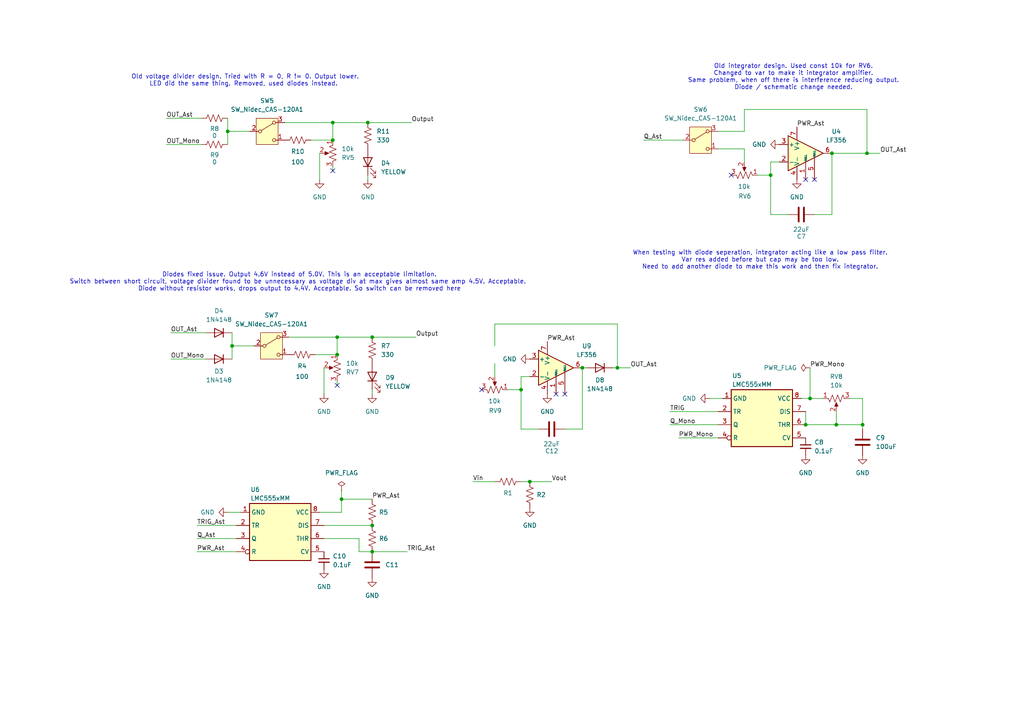
<source format=kicad_sch>
(kicad_sch
	(version 20250114)
	(generator "eeschema")
	(generator_version "9.0")
	(uuid "baae0036-5b1c-4ebb-a776-cc2d41596b9b")
	(paper "A4")
	(lib_symbols
		(symbol "Amplifier_Operational:LF356"
			(pin_names
				(offset 0.127)
			)
			(exclude_from_sim no)
			(in_bom yes)
			(on_board yes)
			(property "Reference" "U"
				(at 0 6.35 0)
				(effects
					(font
						(size 1.27 1.27)
					)
					(justify left)
				)
			)
			(property "Value" "LF356"
				(at 0 3.81 0)
				(effects
					(font
						(size 1.27 1.27)
					)
					(justify left)
				)
			)
			(property "Footprint" ""
				(at 1.27 1.27 0)
				(effects
					(font
						(size 1.27 1.27)
					)
					(hide yes)
				)
			)
			(property "Datasheet" "http://www.ti.com/lit/ds/symlink/lf357.pdf"
				(at 3.81 3.81 0)
				(effects
					(font
						(size 1.27 1.27)
					)
					(hide yes)
				)
			)
			(property "Description" "Single JFET Input Operational Amplifiers, DIP-8/SOIC-8"
				(at 0 0 0)
				(effects
					(font
						(size 1.27 1.27)
					)
					(hide yes)
				)
			)
			(property "ki_keywords" "single jfet opamp"
				(at 0 0 0)
				(effects
					(font
						(size 1.27 1.27)
					)
					(hide yes)
				)
			)
			(property "ki_fp_filters" "SOIC*3.9x4.9mm*P1.27mm* DIP*W7.62mm* TSSOP*3x3mm*P0.65mm*"
				(at 0 0 0)
				(effects
					(font
						(size 1.27 1.27)
					)
					(hide yes)
				)
			)
			(symbol "LF356_0_1"
				(polyline
					(pts
						(xy -5.08 5.08) (xy 5.08 0) (xy -5.08 -5.08) (xy -5.08 5.08)
					)
					(stroke
						(width 0.254)
						(type default)
					)
					(fill
						(type background)
					)
				)
			)
			(symbol "LF356_1_1"
				(pin input line
					(at -7.62 2.54 0)
					(length 2.54)
					(name "+"
						(effects
							(font
								(size 1.27 1.27)
							)
						)
					)
					(number "3"
						(effects
							(font
								(size 1.27 1.27)
							)
						)
					)
				)
				(pin input line
					(at -7.62 -2.54 0)
					(length 2.54)
					(name "-"
						(effects
							(font
								(size 1.27 1.27)
							)
						)
					)
					(number "2"
						(effects
							(font
								(size 1.27 1.27)
							)
						)
					)
				)
				(pin power_in line
					(at -2.54 7.62 270)
					(length 3.81)
					(name "V+"
						(effects
							(font
								(size 1.27 1.27)
							)
						)
					)
					(number "7"
						(effects
							(font
								(size 1.27 1.27)
							)
						)
					)
				)
				(pin power_in line
					(at -2.54 -7.62 90)
					(length 3.81)
					(name "V-"
						(effects
							(font
								(size 1.27 1.27)
							)
						)
					)
					(number "4"
						(effects
							(font
								(size 1.27 1.27)
							)
						)
					)
				)
				(pin no_connect line
					(at 0 2.54 270)
					(length 2.54)
					(hide yes)
					(name "NC"
						(effects
							(font
								(size 1.27 1.27)
							)
						)
					)
					(number "8"
						(effects
							(font
								(size 1.27 1.27)
							)
						)
					)
				)
				(pin input line
					(at 0 -7.62 90)
					(length 5.08)
					(name "NULL"
						(effects
							(font
								(size 0.508 0.508)
							)
						)
					)
					(number "1"
						(effects
							(font
								(size 1.27 1.27)
							)
						)
					)
				)
				(pin input line
					(at 2.54 -7.62 90)
					(length 6.35)
					(name "NULL"
						(effects
							(font
								(size 0.508 0.508)
							)
						)
					)
					(number "5"
						(effects
							(font
								(size 1.27 1.27)
							)
						)
					)
				)
				(pin output line
					(at 7.62 0 180)
					(length 2.54)
					(name "~"
						(effects
							(font
								(size 1.27 1.27)
							)
						)
					)
					(number "6"
						(effects
							(font
								(size 1.27 1.27)
							)
						)
					)
				)
			)
			(embedded_fonts no)
		)
		(symbol "Device:C"
			(pin_numbers
				(hide yes)
			)
			(pin_names
				(offset 0.254)
			)
			(exclude_from_sim no)
			(in_bom yes)
			(on_board yes)
			(property "Reference" "C"
				(at 0.635 2.54 0)
				(effects
					(font
						(size 1.27 1.27)
					)
					(justify left)
				)
			)
			(property "Value" "C"
				(at 0.635 -2.54 0)
				(effects
					(font
						(size 1.27 1.27)
					)
					(justify left)
				)
			)
			(property "Footprint" ""
				(at 0.9652 -3.81 0)
				(effects
					(font
						(size 1.27 1.27)
					)
					(hide yes)
				)
			)
			(property "Datasheet" "~"
				(at 0 0 0)
				(effects
					(font
						(size 1.27 1.27)
					)
					(hide yes)
				)
			)
			(property "Description" "Unpolarized capacitor"
				(at 0 0 0)
				(effects
					(font
						(size 1.27 1.27)
					)
					(hide yes)
				)
			)
			(property "ki_keywords" "cap capacitor"
				(at 0 0 0)
				(effects
					(font
						(size 1.27 1.27)
					)
					(hide yes)
				)
			)
			(property "ki_fp_filters" "C_*"
				(at 0 0 0)
				(effects
					(font
						(size 1.27 1.27)
					)
					(hide yes)
				)
			)
			(symbol "C_0_1"
				(polyline
					(pts
						(xy -2.032 0.762) (xy 2.032 0.762)
					)
					(stroke
						(width 0.508)
						(type default)
					)
					(fill
						(type none)
					)
				)
				(polyline
					(pts
						(xy -2.032 -0.762) (xy 2.032 -0.762)
					)
					(stroke
						(width 0.508)
						(type default)
					)
					(fill
						(type none)
					)
				)
			)
			(symbol "C_1_1"
				(pin passive line
					(at 0 3.81 270)
					(length 2.794)
					(name "~"
						(effects
							(font
								(size 1.27 1.27)
							)
						)
					)
					(number "1"
						(effects
							(font
								(size 1.27 1.27)
							)
						)
					)
				)
				(pin passive line
					(at 0 -3.81 90)
					(length 2.794)
					(name "~"
						(effects
							(font
								(size 1.27 1.27)
							)
						)
					)
					(number "2"
						(effects
							(font
								(size 1.27 1.27)
							)
						)
					)
				)
			)
			(embedded_fonts no)
		)
		(symbol "Device:C_Small"
			(pin_numbers
				(hide yes)
			)
			(pin_names
				(offset 0.254)
				(hide yes)
			)
			(exclude_from_sim no)
			(in_bom yes)
			(on_board yes)
			(property "Reference" "C"
				(at 0.254 1.778 0)
				(effects
					(font
						(size 1.27 1.27)
					)
					(justify left)
				)
			)
			(property "Value" "C_Small"
				(at 0.254 -2.032 0)
				(effects
					(font
						(size 1.27 1.27)
					)
					(justify left)
				)
			)
			(property "Footprint" ""
				(at 0 0 0)
				(effects
					(font
						(size 1.27 1.27)
					)
					(hide yes)
				)
			)
			(property "Datasheet" "~"
				(at 0 0 0)
				(effects
					(font
						(size 1.27 1.27)
					)
					(hide yes)
				)
			)
			(property "Description" "Unpolarized capacitor, small symbol"
				(at 0 0 0)
				(effects
					(font
						(size 1.27 1.27)
					)
					(hide yes)
				)
			)
			(property "ki_keywords" "capacitor cap"
				(at 0 0 0)
				(effects
					(font
						(size 1.27 1.27)
					)
					(hide yes)
				)
			)
			(property "ki_fp_filters" "C_*"
				(at 0 0 0)
				(effects
					(font
						(size 1.27 1.27)
					)
					(hide yes)
				)
			)
			(symbol "C_Small_0_1"
				(polyline
					(pts
						(xy -1.524 0.508) (xy 1.524 0.508)
					)
					(stroke
						(width 0.3048)
						(type default)
					)
					(fill
						(type none)
					)
				)
				(polyline
					(pts
						(xy -1.524 -0.508) (xy 1.524 -0.508)
					)
					(stroke
						(width 0.3302)
						(type default)
					)
					(fill
						(type none)
					)
				)
			)
			(symbol "C_Small_1_1"
				(pin passive line
					(at 0 2.54 270)
					(length 2.032)
					(name "~"
						(effects
							(font
								(size 1.27 1.27)
							)
						)
					)
					(number "1"
						(effects
							(font
								(size 1.27 1.27)
							)
						)
					)
				)
				(pin passive line
					(at 0 -2.54 90)
					(length 2.032)
					(name "~"
						(effects
							(font
								(size 1.27 1.27)
							)
						)
					)
					(number "2"
						(effects
							(font
								(size 1.27 1.27)
							)
						)
					)
				)
			)
			(embedded_fonts no)
		)
		(symbol "Device:LED"
			(pin_numbers
				(hide yes)
			)
			(pin_names
				(offset 1.016)
				(hide yes)
			)
			(exclude_from_sim no)
			(in_bom yes)
			(on_board yes)
			(property "Reference" "D"
				(at 0 2.54 0)
				(effects
					(font
						(size 1.27 1.27)
					)
				)
			)
			(property "Value" "LED"
				(at 0 -2.54 0)
				(effects
					(font
						(size 1.27 1.27)
					)
				)
			)
			(property "Footprint" ""
				(at 0 0 0)
				(effects
					(font
						(size 1.27 1.27)
					)
					(hide yes)
				)
			)
			(property "Datasheet" "~"
				(at 0 0 0)
				(effects
					(font
						(size 1.27 1.27)
					)
					(hide yes)
				)
			)
			(property "Description" "Light emitting diode"
				(at 0 0 0)
				(effects
					(font
						(size 1.27 1.27)
					)
					(hide yes)
				)
			)
			(property "ki_keywords" "LED diode"
				(at 0 0 0)
				(effects
					(font
						(size 1.27 1.27)
					)
					(hide yes)
				)
			)
			(property "ki_fp_filters" "LED* LED_SMD:* LED_THT:*"
				(at 0 0 0)
				(effects
					(font
						(size 1.27 1.27)
					)
					(hide yes)
				)
			)
			(symbol "LED_0_1"
				(polyline
					(pts
						(xy -3.048 -0.762) (xy -4.572 -2.286) (xy -3.81 -2.286) (xy -4.572 -2.286) (xy -4.572 -1.524)
					)
					(stroke
						(width 0)
						(type default)
					)
					(fill
						(type none)
					)
				)
				(polyline
					(pts
						(xy -1.778 -0.762) (xy -3.302 -2.286) (xy -2.54 -2.286) (xy -3.302 -2.286) (xy -3.302 -1.524)
					)
					(stroke
						(width 0)
						(type default)
					)
					(fill
						(type none)
					)
				)
				(polyline
					(pts
						(xy -1.27 0) (xy 1.27 0)
					)
					(stroke
						(width 0)
						(type default)
					)
					(fill
						(type none)
					)
				)
				(polyline
					(pts
						(xy -1.27 -1.27) (xy -1.27 1.27)
					)
					(stroke
						(width 0.254)
						(type default)
					)
					(fill
						(type none)
					)
				)
				(polyline
					(pts
						(xy 1.27 -1.27) (xy 1.27 1.27) (xy -1.27 0) (xy 1.27 -1.27)
					)
					(stroke
						(width 0.254)
						(type default)
					)
					(fill
						(type none)
					)
				)
			)
			(symbol "LED_1_1"
				(pin passive line
					(at -3.81 0 0)
					(length 2.54)
					(name "K"
						(effects
							(font
								(size 1.27 1.27)
							)
						)
					)
					(number "1"
						(effects
							(font
								(size 1.27 1.27)
							)
						)
					)
				)
				(pin passive line
					(at 3.81 0 180)
					(length 2.54)
					(name "A"
						(effects
							(font
								(size 1.27 1.27)
							)
						)
					)
					(number "2"
						(effects
							(font
								(size 1.27 1.27)
							)
						)
					)
				)
			)
			(embedded_fonts no)
		)
		(symbol "Device:R_Potentiometer_US"
			(pin_names
				(offset 1.016)
				(hide yes)
			)
			(exclude_from_sim no)
			(in_bom yes)
			(on_board yes)
			(property "Reference" "RV"
				(at -4.445 0 90)
				(effects
					(font
						(size 1.27 1.27)
					)
				)
			)
			(property "Value" "R_Potentiometer_US"
				(at -2.54 0 90)
				(effects
					(font
						(size 1.27 1.27)
					)
				)
			)
			(property "Footprint" ""
				(at 0 0 0)
				(effects
					(font
						(size 1.27 1.27)
					)
					(hide yes)
				)
			)
			(property "Datasheet" "~"
				(at 0 0 0)
				(effects
					(font
						(size 1.27 1.27)
					)
					(hide yes)
				)
			)
			(property "Description" "Potentiometer, US symbol"
				(at 0 0 0)
				(effects
					(font
						(size 1.27 1.27)
					)
					(hide yes)
				)
			)
			(property "ki_keywords" "resistor variable"
				(at 0 0 0)
				(effects
					(font
						(size 1.27 1.27)
					)
					(hide yes)
				)
			)
			(property "ki_fp_filters" "Potentiometer*"
				(at 0 0 0)
				(effects
					(font
						(size 1.27 1.27)
					)
					(hide yes)
				)
			)
			(symbol "R_Potentiometer_US_0_1"
				(polyline
					(pts
						(xy 0 2.54) (xy 0 2.286)
					)
					(stroke
						(width 0)
						(type default)
					)
					(fill
						(type none)
					)
				)
				(polyline
					(pts
						(xy 0 2.286) (xy 1.016 1.905) (xy 0 1.524) (xy -1.016 1.143) (xy 0 0.762)
					)
					(stroke
						(width 0)
						(type default)
					)
					(fill
						(type none)
					)
				)
				(polyline
					(pts
						(xy 0 0.762) (xy 1.016 0.381) (xy 0 0) (xy -1.016 -0.381) (xy 0 -0.762)
					)
					(stroke
						(width 0)
						(type default)
					)
					(fill
						(type none)
					)
				)
				(polyline
					(pts
						(xy 0 -0.762) (xy 1.016 -1.143) (xy 0 -1.524) (xy -1.016 -1.905) (xy 0 -2.286)
					)
					(stroke
						(width 0)
						(type default)
					)
					(fill
						(type none)
					)
				)
				(polyline
					(pts
						(xy 0 -2.286) (xy 0 -2.54)
					)
					(stroke
						(width 0)
						(type default)
					)
					(fill
						(type none)
					)
				)
				(polyline
					(pts
						(xy 1.143 0) (xy 2.286 0.508) (xy 2.286 -0.508) (xy 1.143 0)
					)
					(stroke
						(width 0)
						(type default)
					)
					(fill
						(type outline)
					)
				)
				(polyline
					(pts
						(xy 2.54 0) (xy 1.524 0)
					)
					(stroke
						(width 0)
						(type default)
					)
					(fill
						(type none)
					)
				)
			)
			(symbol "R_Potentiometer_US_1_1"
				(pin passive line
					(at 0 3.81 270)
					(length 1.27)
					(name "1"
						(effects
							(font
								(size 1.27 1.27)
							)
						)
					)
					(number "1"
						(effects
							(font
								(size 1.27 1.27)
							)
						)
					)
				)
				(pin passive line
					(at 0 -3.81 90)
					(length 1.27)
					(name "3"
						(effects
							(font
								(size 1.27 1.27)
							)
						)
					)
					(number "3"
						(effects
							(font
								(size 1.27 1.27)
							)
						)
					)
				)
				(pin passive line
					(at 3.81 0 180)
					(length 1.27)
					(name "2"
						(effects
							(font
								(size 1.27 1.27)
							)
						)
					)
					(number "2"
						(effects
							(font
								(size 1.27 1.27)
							)
						)
					)
				)
			)
			(embedded_fonts no)
		)
		(symbol "Device:R_US"
			(pin_numbers
				(hide yes)
			)
			(pin_names
				(offset 0)
			)
			(exclude_from_sim no)
			(in_bom yes)
			(on_board yes)
			(property "Reference" "R"
				(at 2.54 0 90)
				(effects
					(font
						(size 1.27 1.27)
					)
				)
			)
			(property "Value" "R_US"
				(at -2.54 0 90)
				(effects
					(font
						(size 1.27 1.27)
					)
				)
			)
			(property "Footprint" ""
				(at 1.016 -0.254 90)
				(effects
					(font
						(size 1.27 1.27)
					)
					(hide yes)
				)
			)
			(property "Datasheet" "~"
				(at 0 0 0)
				(effects
					(font
						(size 1.27 1.27)
					)
					(hide yes)
				)
			)
			(property "Description" "Resistor, US symbol"
				(at 0 0 0)
				(effects
					(font
						(size 1.27 1.27)
					)
					(hide yes)
				)
			)
			(property "ki_keywords" "R res resistor"
				(at 0 0 0)
				(effects
					(font
						(size 1.27 1.27)
					)
					(hide yes)
				)
			)
			(property "ki_fp_filters" "R_*"
				(at 0 0 0)
				(effects
					(font
						(size 1.27 1.27)
					)
					(hide yes)
				)
			)
			(symbol "R_US_0_1"
				(polyline
					(pts
						(xy 0 2.286) (xy 0 2.54)
					)
					(stroke
						(width 0)
						(type default)
					)
					(fill
						(type none)
					)
				)
				(polyline
					(pts
						(xy 0 2.286) (xy 1.016 1.905) (xy 0 1.524) (xy -1.016 1.143) (xy 0 0.762)
					)
					(stroke
						(width 0)
						(type default)
					)
					(fill
						(type none)
					)
				)
				(polyline
					(pts
						(xy 0 0.762) (xy 1.016 0.381) (xy 0 0) (xy -1.016 -0.381) (xy 0 -0.762)
					)
					(stroke
						(width 0)
						(type default)
					)
					(fill
						(type none)
					)
				)
				(polyline
					(pts
						(xy 0 -0.762) (xy 1.016 -1.143) (xy 0 -1.524) (xy -1.016 -1.905) (xy 0 -2.286)
					)
					(stroke
						(width 0)
						(type default)
					)
					(fill
						(type none)
					)
				)
				(polyline
					(pts
						(xy 0 -2.286) (xy 0 -2.54)
					)
					(stroke
						(width 0)
						(type default)
					)
					(fill
						(type none)
					)
				)
			)
			(symbol "R_US_1_1"
				(pin passive line
					(at 0 3.81 270)
					(length 1.27)
					(name "~"
						(effects
							(font
								(size 1.27 1.27)
							)
						)
					)
					(number "1"
						(effects
							(font
								(size 1.27 1.27)
							)
						)
					)
				)
				(pin passive line
					(at 0 -3.81 90)
					(length 1.27)
					(name "~"
						(effects
							(font
								(size 1.27 1.27)
							)
						)
					)
					(number "2"
						(effects
							(font
								(size 1.27 1.27)
							)
						)
					)
				)
			)
			(embedded_fonts no)
		)
		(symbol "Diode:1N4148"
			(pin_numbers
				(hide yes)
			)
			(pin_names
				(hide yes)
			)
			(exclude_from_sim no)
			(in_bom yes)
			(on_board yes)
			(property "Reference" "D"
				(at 0 2.54 0)
				(effects
					(font
						(size 1.27 1.27)
					)
				)
			)
			(property "Value" "1N4148"
				(at 0 -2.54 0)
				(effects
					(font
						(size 1.27 1.27)
					)
				)
			)
			(property "Footprint" "Diode_THT:D_DO-35_SOD27_P7.62mm_Horizontal"
				(at 0 0 0)
				(effects
					(font
						(size 1.27 1.27)
					)
					(hide yes)
				)
			)
			(property "Datasheet" "https://assets.nexperia.com/documents/data-sheet/1N4148_1N4448.pdf"
				(at 0 0 0)
				(effects
					(font
						(size 1.27 1.27)
					)
					(hide yes)
				)
			)
			(property "Description" "100V 0.15A standard switching diode, DO-35"
				(at 0 0 0)
				(effects
					(font
						(size 1.27 1.27)
					)
					(hide yes)
				)
			)
			(property "Sim.Device" "D"
				(at 0 0 0)
				(effects
					(font
						(size 1.27 1.27)
					)
					(hide yes)
				)
			)
			(property "Sim.Pins" "1=K 2=A"
				(at 0 0 0)
				(effects
					(font
						(size 1.27 1.27)
					)
					(hide yes)
				)
			)
			(property "ki_keywords" "diode"
				(at 0 0 0)
				(effects
					(font
						(size 1.27 1.27)
					)
					(hide yes)
				)
			)
			(property "ki_fp_filters" "D*DO?35*"
				(at 0 0 0)
				(effects
					(font
						(size 1.27 1.27)
					)
					(hide yes)
				)
			)
			(symbol "1N4148_0_1"
				(polyline
					(pts
						(xy -1.27 1.27) (xy -1.27 -1.27)
					)
					(stroke
						(width 0.254)
						(type default)
					)
					(fill
						(type none)
					)
				)
				(polyline
					(pts
						(xy 1.27 1.27) (xy 1.27 -1.27) (xy -1.27 0) (xy 1.27 1.27)
					)
					(stroke
						(width 0.254)
						(type default)
					)
					(fill
						(type none)
					)
				)
				(polyline
					(pts
						(xy 1.27 0) (xy -1.27 0)
					)
					(stroke
						(width 0)
						(type default)
					)
					(fill
						(type none)
					)
				)
			)
			(symbol "1N4148_1_1"
				(pin passive line
					(at -3.81 0 0)
					(length 2.54)
					(name "K"
						(effects
							(font
								(size 1.27 1.27)
							)
						)
					)
					(number "1"
						(effects
							(font
								(size 1.27 1.27)
							)
						)
					)
				)
				(pin passive line
					(at 3.81 0 180)
					(length 2.54)
					(name "A"
						(effects
							(font
								(size 1.27 1.27)
							)
						)
					)
					(number "2"
						(effects
							(font
								(size 1.27 1.27)
							)
						)
					)
				)
			)
			(embedded_fonts no)
		)
		(symbol "LMC555xMM_1"
			(exclude_from_sim no)
			(in_bom yes)
			(on_board yes)
			(property "Reference" "U1"
				(at -8.636 12.954 0)
				(effects
					(font
						(size 1.27 1.27)
					)
					(justify left)
				)
			)
			(property "Value" "LMC555xMM"
				(at -8.636 10.414 0)
				(effects
					(font
						(size 1.27 1.27)
					)
					(justify left)
				)
			)
			(property "Footprint" "Package_SO:VSSOP-8_3x3mm_P0.65mm"
				(at 16.51 -10.16 0)
				(effects
					(font
						(size 1.27 1.27)
					)
					(hide yes)
				)
			)
			(property "Datasheet" "http://www.ti.com/lit/ds/symlink/lmc555.pdf"
				(at 21.59 -10.16 0)
				(effects
					(font
						(size 1.27 1.27)
					)
					(hide yes)
				)
			)
			(property "Description" "CMOS Timer, 555 compatible, VSSOP-8"
				(at 0 -0.254 0)
				(effects
					(font
						(size 1.27 1.27)
					)
					(hide yes)
				)
			)
			(property "ki_keywords" "single timer 555"
				(at 0 0 0)
				(effects
					(font
						(size 1.27 1.27)
					)
					(hide yes)
				)
			)
			(property "ki_fp_filters" "*VSSOP*3x3mm*P0.65mm*"
				(at 0 0 0)
				(effects
					(font
						(size 1.27 1.27)
					)
					(hide yes)
				)
			)
			(symbol "LMC555xMM_1_0_1"
				(rectangle
					(start -8.89 8.89)
					(end 8.89 -7.62)
					(stroke
						(width 0.254)
						(type default)
					)
					(fill
						(type background)
					)
				)
				(rectangle
					(start -8.89 8.89)
					(end 8.89 -7.62)
					(stroke
						(width 0.254)
						(type default)
					)
					(fill
						(type background)
					)
				)
			)
			(symbol "LMC555xMM_1_1_0"
				(pin power_in line
					(at -11.43 6.35 0)
					(length 2.54)
					(name "GND"
						(effects
							(font
								(size 1.27 1.27)
							)
						)
					)
					(number "1"
						(effects
							(font
								(size 1.27 1.27)
							)
						)
					)
				)
				(pin power_in line
					(at 11.43 6.35 180)
					(length 2.54)
					(name "VCC"
						(effects
							(font
								(size 1.27 1.27)
							)
						)
					)
					(number "8"
						(effects
							(font
								(size 1.27 1.27)
							)
						)
					)
				)
			)
			(symbol "LMC555xMM_1_1_1"
				(pin input line
					(at -12.7 2.54 0)
					(length 3.81)
					(name "TR"
						(effects
							(font
								(size 1.27 1.27)
							)
						)
					)
					(number "2"
						(effects
							(font
								(size 1.27 1.27)
							)
						)
					)
				)
				(pin output line
					(at -12.7 -1.27 0)
					(length 3.81)
					(name "Q"
						(effects
							(font
								(size 1.27 1.27)
							)
						)
					)
					(number "3"
						(effects
							(font
								(size 1.27 1.27)
							)
						)
					)
				)
				(pin input inverted
					(at -12.7 -5.08 0)
					(length 3.81)
					(name "R"
						(effects
							(font
								(size 1.27 1.27)
							)
						)
					)
					(number "4"
						(effects
							(font
								(size 1.27 1.27)
							)
						)
					)
				)
				(pin input line
					(at 12.7 2.54 180)
					(length 3.81)
					(name "DIS"
						(effects
							(font
								(size 1.27 1.27)
							)
						)
					)
					(number "7"
						(effects
							(font
								(size 1.27 1.27)
							)
						)
					)
				)
				(pin input line
					(at 12.7 -1.27 180)
					(length 3.81)
					(name "THR"
						(effects
							(font
								(size 1.27 1.27)
							)
						)
					)
					(number "6"
						(effects
							(font
								(size 1.27 1.27)
							)
						)
					)
				)
				(pin input line
					(at 12.7 -5.08 180)
					(length 3.81)
					(name "CV"
						(effects
							(font
								(size 1.27 1.27)
							)
						)
					)
					(number "5"
						(effects
							(font
								(size 1.27 1.27)
							)
						)
					)
				)
			)
			(embedded_fonts no)
		)
		(symbol "Switch:SW_Nidec_CAS-120A1"
			(pin_names
				(offset 1)
				(hide yes)
			)
			(exclude_from_sim no)
			(in_bom yes)
			(on_board yes)
			(property "Reference" "SW"
				(at 0 4.318 0)
				(effects
					(font
						(size 1.27 1.27)
					)
				)
			)
			(property "Value" "SW_Nidec_CAS-120A1"
				(at 0 -5.08 0)
				(effects
					(font
						(size 1.27 1.27)
					)
				)
			)
			(property "Footprint" "Button_Switch_SMD:Nidec_Copal_CAS-120A"
				(at 0 -10.16 0)
				(effects
					(font
						(size 1.27 1.27)
					)
					(hide yes)
				)
			)
			(property "Datasheet" "https://www.nidec-components.com/e/catalog/switch/cas.pdf"
				(at 0 -7.62 0)
				(effects
					(font
						(size 1.27 1.27)
					)
					(hide yes)
				)
			)
			(property "Description" "Switch, single pole double throw"
				(at 0 0 0)
				(effects
					(font
						(size 1.27 1.27)
					)
					(hide yes)
				)
			)
			(property "ki_keywords" "switch single-pole double-throw spdt ON-ON"
				(at 0 0 0)
				(effects
					(font
						(size 1.27 1.27)
					)
					(hide yes)
				)
			)
			(property "ki_fp_filters" "*Nidec?Copal?CAS?120A*"
				(at 0 0 0)
				(effects
					(font
						(size 1.27 1.27)
					)
					(hide yes)
				)
			)
			(symbol "SW_Nidec_CAS-120A1_0_1"
				(circle
					(center -2.032 0)
					(radius 0.4572)
					(stroke
						(width 0)
						(type default)
					)
					(fill
						(type none)
					)
				)
				(polyline
					(pts
						(xy -1.651 0.254) (xy 1.651 2.286)
					)
					(stroke
						(width 0)
						(type default)
					)
					(fill
						(type none)
					)
				)
				(circle
					(center 2.032 2.54)
					(radius 0.4572)
					(stroke
						(width 0)
						(type default)
					)
					(fill
						(type none)
					)
				)
				(circle
					(center 2.032 -2.54)
					(radius 0.4572)
					(stroke
						(width 0)
						(type default)
					)
					(fill
						(type none)
					)
				)
			)
			(symbol "SW_Nidec_CAS-120A1_1_1"
				(rectangle
					(start -3.175 3.81)
					(end 3.175 -3.81)
					(stroke
						(width 0)
						(type default)
					)
					(fill
						(type background)
					)
				)
				(pin passive line
					(at -5.08 0 0)
					(length 2.54)
					(name "B"
						(effects
							(font
								(size 1.27 1.27)
							)
						)
					)
					(number "2"
						(effects
							(font
								(size 1.27 1.27)
							)
						)
					)
				)
				(pin passive line
					(at 5.08 2.54 180)
					(length 2.54)
					(name "A"
						(effects
							(font
								(size 1.27 1.27)
							)
						)
					)
					(number "3"
						(effects
							(font
								(size 1.27 1.27)
							)
						)
					)
				)
				(pin passive line
					(at 5.08 -2.54 180)
					(length 2.54)
					(name "C"
						(effects
							(font
								(size 1.27 1.27)
							)
						)
					)
					(number "1"
						(effects
							(font
								(size 1.27 1.27)
							)
						)
					)
				)
			)
			(embedded_fonts no)
		)
		(symbol "power:GND"
			(power)
			(pin_numbers
				(hide yes)
			)
			(pin_names
				(offset 0)
				(hide yes)
			)
			(exclude_from_sim no)
			(in_bom yes)
			(on_board yes)
			(property "Reference" "#PWR"
				(at 0 -6.35 0)
				(effects
					(font
						(size 1.27 1.27)
					)
					(hide yes)
				)
			)
			(property "Value" "GND"
				(at 0 -3.81 0)
				(effects
					(font
						(size 1.27 1.27)
					)
				)
			)
			(property "Footprint" ""
				(at 0 0 0)
				(effects
					(font
						(size 1.27 1.27)
					)
					(hide yes)
				)
			)
			(property "Datasheet" ""
				(at 0 0 0)
				(effects
					(font
						(size 1.27 1.27)
					)
					(hide yes)
				)
			)
			(property "Description" "Power symbol creates a global label with name \"GND\" , ground"
				(at 0 0 0)
				(effects
					(font
						(size 1.27 1.27)
					)
					(hide yes)
				)
			)
			(property "ki_keywords" "global power"
				(at 0 0 0)
				(effects
					(font
						(size 1.27 1.27)
					)
					(hide yes)
				)
			)
			(symbol "GND_0_1"
				(polyline
					(pts
						(xy 0 0) (xy 0 -1.27) (xy 1.27 -1.27) (xy 0 -2.54) (xy -1.27 -1.27) (xy 0 -1.27)
					)
					(stroke
						(width 0)
						(type default)
					)
					(fill
						(type none)
					)
				)
			)
			(symbol "GND_1_1"
				(pin power_in line
					(at 0 0 270)
					(length 0)
					(name "~"
						(effects
							(font
								(size 1.27 1.27)
							)
						)
					)
					(number "1"
						(effects
							(font
								(size 1.27 1.27)
							)
						)
					)
				)
			)
			(embedded_fonts no)
		)
		(symbol "power:PWR_FLAG"
			(power)
			(pin_numbers
				(hide yes)
			)
			(pin_names
				(offset 0)
				(hide yes)
			)
			(exclude_from_sim no)
			(in_bom yes)
			(on_board yes)
			(property "Reference" "#FLG"
				(at 0 1.905 0)
				(effects
					(font
						(size 1.27 1.27)
					)
					(hide yes)
				)
			)
			(property "Value" "PWR_FLAG"
				(at 0 3.81 0)
				(effects
					(font
						(size 1.27 1.27)
					)
				)
			)
			(property "Footprint" ""
				(at 0 0 0)
				(effects
					(font
						(size 1.27 1.27)
					)
					(hide yes)
				)
			)
			(property "Datasheet" "~"
				(at 0 0 0)
				(effects
					(font
						(size 1.27 1.27)
					)
					(hide yes)
				)
			)
			(property "Description" "Special symbol for telling ERC where power comes from"
				(at 0 0 0)
				(effects
					(font
						(size 1.27 1.27)
					)
					(hide yes)
				)
			)
			(property "ki_keywords" "flag power"
				(at 0 0 0)
				(effects
					(font
						(size 1.27 1.27)
					)
					(hide yes)
				)
			)
			(symbol "PWR_FLAG_0_0"
				(pin power_out line
					(at 0 0 90)
					(length 0)
					(name "~"
						(effects
							(font
								(size 1.27 1.27)
							)
						)
					)
					(number "1"
						(effects
							(font
								(size 1.27 1.27)
							)
						)
					)
				)
			)
			(symbol "PWR_FLAG_0_1"
				(polyline
					(pts
						(xy 0 0) (xy 0 1.27) (xy -1.016 1.905) (xy 0 2.54) (xy 1.016 1.905) (xy 0 1.27)
					)
					(stroke
						(width 0)
						(type default)
					)
					(fill
						(type none)
					)
				)
			)
			(embedded_fonts no)
		)
	)
	(text "Old integrator design. Used const 10k for RV6. \nChanged to var to make it integrator amplifier. \nSame problem, when off there is interference reducing output. \nDiode / schematic change needed. "
		(exclude_from_sim no)
		(at 230.632 22.352 0)
		(effects
			(font
				(size 1.27 1.27)
			)
		)
		(uuid "4eca75fc-e092-455d-9828-f83e2d014719")
	)
	(text "Diodes fixed issue. Output 4.6V instead of 5.0V. This is an acceptable limitation.\nSwitch between short circuit, voltage divider found to be unnecessary as voltage div at max gives almost same amp 4.5V. Acceptable. \nDiode without resistor works, drops output to 4.4V. Acceptable. So switch can be removed here"
		(exclude_from_sim no)
		(at 86.868 81.788 0)
		(effects
			(font
				(size 1.27 1.27)
			)
		)
		(uuid "a6de15cf-f491-4128-9e45-0038dce9b632")
	)
	(text "When testing with diode seperation, integrator acting like a low pass filter. \nVar res added before but cap may be too low. \nNeed to add another diode to make this work and then fix integrator. "
		(exclude_from_sim no)
		(at 220.98 75.438 0)
		(effects
			(font
				(size 1.27 1.27)
			)
		)
		(uuid "b798c7bd-4119-49ca-b55a-c442650f80e7")
	)
	(text "Old voltage divider design. Tried with R = 0, R != 0. Output lower.\nLED did the same thing. Removed, used diodes instead. \n"
		(exclude_from_sim no)
		(at 71.12 23.368 0)
		(effects
			(font
				(size 1.27 1.27)
			)
		)
		(uuid "bb4b27b6-91c5-4ee6-8a62-98402a1e42a7")
	)
	(junction
		(at 107.95 152.4)
		(diameter 0)
		(color 0 0 0 0)
		(uuid "05ec272c-3da2-45ff-b464-9941a57b4ef0")
	)
	(junction
		(at 242.57 123.19)
		(diameter 0)
		(color 0 0 0 0)
		(uuid "0863fc41-a941-4e84-b0f4-caae4845d072")
	)
	(junction
		(at 168.91 106.68)
		(diameter 0)
		(color 0 0 0 0)
		(uuid "1ba86207-eca8-461a-83de-f291ae40328e")
	)
	(junction
		(at 97.79 102.87)
		(diameter 0)
		(color 0 0 0 0)
		(uuid "48e80b6d-eb03-484f-830d-12310953105e")
	)
	(junction
		(at 234.95 115.57)
		(diameter 0)
		(color 0 0 0 0)
		(uuid "4eebf5a2-36fc-4ba7-a16c-56ec5ac208e4")
	)
	(junction
		(at 66.04 38.1)
		(diameter 0)
		(color 0 0 0 0)
		(uuid "576c00a5-b266-49a1-8d9a-f06226dbcb30")
	)
	(junction
		(at 233.68 123.19)
		(diameter 0)
		(color 0 0 0 0)
		(uuid "5f5030a5-3421-4cb8-aa81-c6c825173455")
	)
	(junction
		(at 99.06 144.78)
		(diameter 0)
		(color 0 0 0 0)
		(uuid "62fd7e61-ff7a-4c9e-93b5-8ad044b04281")
	)
	(junction
		(at 250.19 123.19)
		(diameter 0)
		(color 0 0 0 0)
		(uuid "63836003-430c-4146-abba-dfc04b8e654b")
	)
	(junction
		(at 67.31 100.33)
		(diameter 0)
		(color 0 0 0 0)
		(uuid "650fc517-4c1a-4de8-9e4e-c08f6caaa32a")
	)
	(junction
		(at 96.52 40.64)
		(diameter 0)
		(color 0 0 0 0)
		(uuid "6dc6621c-023a-47b2-88a3-31e8c2a8043e")
	)
	(junction
		(at 107.95 160.02)
		(diameter 0)
		(color 0 0 0 0)
		(uuid "7df8fc21-a817-4907-957a-bb201c4448c2")
	)
	(junction
		(at 107.95 97.79)
		(diameter 0)
		(color 0 0 0 0)
		(uuid "7ebd1a3b-a5a3-498f-aba7-4ddeea00451c")
	)
	(junction
		(at 151.13 113.03)
		(diameter 0)
		(color 0 0 0 0)
		(uuid "8970bb88-aba0-4f23-99b5-a0beba18dda8")
	)
	(junction
		(at 96.52 35.56)
		(diameter 0)
		(color 0 0 0 0)
		(uuid "979f91fb-0a85-4271-b483-a7fe7e85763e")
	)
	(junction
		(at 241.3 44.45)
		(diameter 0)
		(color 0 0 0 0)
		(uuid "a3421d60-5ed9-49a4-9885-eef4632c8f04")
	)
	(junction
		(at 251.46 44.45)
		(diameter 0)
		(color 0 0 0 0)
		(uuid "bc04b812-8dcd-4a5f-bfe4-c4ccc78aa62c")
	)
	(junction
		(at 106.68 35.56)
		(diameter 0)
		(color 0 0 0 0)
		(uuid "cccd5574-2ee8-43f3-a7a6-70129f8ff503")
	)
	(junction
		(at 97.79 97.79)
		(diameter 0)
		(color 0 0 0 0)
		(uuid "e559c652-f790-42c5-a62d-dd5a7017a5fb")
	)
	(junction
		(at 223.52 50.8)
		(diameter 0)
		(color 0 0 0 0)
		(uuid "ea42289f-2225-4857-ba03-68200939d69d")
	)
	(junction
		(at 179.07 106.68)
		(diameter 0)
		(color 0 0 0 0)
		(uuid "eb729b71-1955-4034-a391-9b5fd4d2c022")
	)
	(junction
		(at 153.67 139.7)
		(diameter 0)
		(color 0 0 0 0)
		(uuid "f9697637-6895-4e18-adf1-a92ff57e796b")
	)
	(no_connect
		(at 161.29 114.3)
		(uuid "31642e14-702f-4860-aa45-6c8f8196caeb")
	)
	(no_connect
		(at 97.79 111.76)
		(uuid "3546ce05-4069-4cfc-bf89-48418eff3f09")
	)
	(no_connect
		(at 139.7 113.03)
		(uuid "646e1ed9-52d4-4f74-a34e-8433733a4c41")
	)
	(no_connect
		(at 233.68 52.07)
		(uuid "94db24ed-921e-4886-b32e-bd4fe79026c3")
	)
	(no_connect
		(at 163.83 114.3)
		(uuid "a17f9ce3-7149-4fcc-b003-7f2793cdeb2d")
	)
	(no_connect
		(at 96.52 49.53)
		(uuid "ae5a91ad-5e8a-4633-af02-e6281f13c664")
	)
	(no_connect
		(at 212.09 50.8)
		(uuid "c1a9a864-663f-41a5-bfb6-e19364c50fe6")
	)
	(no_connect
		(at 236.22 52.07)
		(uuid "ce10b82e-9d81-421c-839c-83be4bbf4e92")
	)
	(wire
		(pts
			(xy 250.19 115.57) (xy 246.38 115.57)
		)
		(stroke
			(width 0)
			(type default)
		)
		(uuid "0178189c-2234-48c0-ad56-ef4906b1b684")
	)
	(wire
		(pts
			(xy 219.71 50.8) (xy 223.52 50.8)
		)
		(stroke
			(width 0)
			(type default)
		)
		(uuid "02affcec-9628-4f88-94d8-a434099dab20")
	)
	(wire
		(pts
			(xy 151.13 109.22) (xy 151.13 113.03)
		)
		(stroke
			(width 0)
			(type default)
		)
		(uuid "0dbcb480-c073-491c-9002-8a4ac3011b49")
	)
	(wire
		(pts
			(xy 234.95 115.57) (xy 238.76 115.57)
		)
		(stroke
			(width 0)
			(type default)
		)
		(uuid "0f44fa6d-23be-4402-a922-2c15039ff5c5")
	)
	(wire
		(pts
			(xy 67.31 100.33) (xy 73.66 100.33)
		)
		(stroke
			(width 0)
			(type default)
		)
		(uuid "10f7792e-a918-49e8-a4dc-babbcea8f256")
	)
	(wire
		(pts
			(xy 99.06 144.78) (xy 99.06 148.59)
		)
		(stroke
			(width 0)
			(type default)
		)
		(uuid "1f65dbe1-da4d-4600-ac34-0125d8ae935b")
	)
	(wire
		(pts
			(xy 215.9 38.1) (xy 215.9 31.75)
		)
		(stroke
			(width 0)
			(type default)
		)
		(uuid "1f8c6727-c1be-420d-a0d1-4f71ce834a3e")
	)
	(wire
		(pts
			(xy 208.28 38.1) (xy 215.9 38.1)
		)
		(stroke
			(width 0)
			(type default)
		)
		(uuid "20d0eac1-8bec-454a-9d48-a5b65ac4631e")
	)
	(wire
		(pts
			(xy 177.8 106.68) (xy 179.07 106.68)
		)
		(stroke
			(width 0)
			(type default)
		)
		(uuid "2a0c67ff-7d7b-44d4-a732-7d1aa9ff2ce5")
	)
	(wire
		(pts
			(xy 232.41 115.57) (xy 234.95 115.57)
		)
		(stroke
			(width 0)
			(type default)
		)
		(uuid "2a6eed02-ae02-4e63-9fa8-c45e4b84b810")
	)
	(wire
		(pts
			(xy 143.51 93.98) (xy 179.07 93.98)
		)
		(stroke
			(width 0)
			(type default)
		)
		(uuid "2ba148ad-7553-4810-a404-b4c57e10b395")
	)
	(wire
		(pts
			(xy 205.74 115.57) (xy 209.55 115.57)
		)
		(stroke
			(width 0)
			(type default)
		)
		(uuid "2cac3811-0f9f-4e0f-97d2-7fcc37885cd0")
	)
	(wire
		(pts
			(xy 67.31 104.14) (xy 67.31 100.33)
		)
		(stroke
			(width 0)
			(type default)
		)
		(uuid "340c5830-e9f5-4cc2-b386-e56a7576f3f1")
	)
	(wire
		(pts
			(xy 49.53 104.14) (xy 59.69 104.14)
		)
		(stroke
			(width 0)
			(type default)
		)
		(uuid "3b11faf4-f903-43b6-9fd9-0d20fe101f77")
	)
	(wire
		(pts
			(xy 151.13 139.7) (xy 153.67 139.7)
		)
		(stroke
			(width 0)
			(type default)
		)
		(uuid "3c5d7dab-3f76-43d9-a059-b1064b6a0232")
	)
	(wire
		(pts
			(xy 99.06 144.78) (xy 107.95 144.78)
		)
		(stroke
			(width 0)
			(type default)
		)
		(uuid "3f04bd67-ff85-4eb0-9e29-e928e87ba79f")
	)
	(wire
		(pts
			(xy 151.13 109.22) (xy 153.67 109.22)
		)
		(stroke
			(width 0)
			(type default)
		)
		(uuid "40234f39-83e9-4e2e-af2e-e443361834f4")
	)
	(wire
		(pts
			(xy 92.71 44.45) (xy 92.71 52.07)
		)
		(stroke
			(width 0)
			(type default)
		)
		(uuid "406b6fff-9a53-4b26-9c31-58d989f0c039")
	)
	(wire
		(pts
			(xy 96.52 35.56) (xy 96.52 40.64)
		)
		(stroke
			(width 0)
			(type default)
		)
		(uuid "424adeab-7809-44d9-9400-6f5949915454")
	)
	(wire
		(pts
			(xy 107.95 114.3) (xy 107.95 113.03)
		)
		(stroke
			(width 0)
			(type default)
		)
		(uuid "4379f93e-e096-4b15-9caa-8d45e2c84474")
	)
	(wire
		(pts
			(xy 228.6 62.23) (xy 223.52 62.23)
		)
		(stroke
			(width 0)
			(type default)
		)
		(uuid "46c013de-de29-4756-b322-76e6b937a9da")
	)
	(wire
		(pts
			(xy 82.55 35.56) (xy 96.52 35.56)
		)
		(stroke
			(width 0)
			(type default)
		)
		(uuid "486465c3-9b38-42a5-995b-b95fd84de12d")
	)
	(wire
		(pts
			(xy 215.9 31.75) (xy 251.46 31.75)
		)
		(stroke
			(width 0)
			(type default)
		)
		(uuid "4ca52fb1-dfa4-42e8-8265-1e195d11cf8e")
	)
	(wire
		(pts
			(xy 48.26 41.91) (xy 58.42 41.91)
		)
		(stroke
			(width 0)
			(type default)
		)
		(uuid "4d319be4-8a82-40d6-b39b-b5c23674fe4b")
	)
	(wire
		(pts
			(xy 147.32 113.03) (xy 151.13 113.03)
		)
		(stroke
			(width 0)
			(type default)
		)
		(uuid "503c7298-bac2-4e5f-a54a-df8107283ac7")
	)
	(wire
		(pts
			(xy 48.26 34.29) (xy 58.42 34.29)
		)
		(stroke
			(width 0)
			(type default)
		)
		(uuid "56d47074-4fc4-4340-b547-6e60bc32b33e")
	)
	(wire
		(pts
			(xy 186.69 40.64) (xy 198.12 40.64)
		)
		(stroke
			(width 0)
			(type default)
		)
		(uuid "56fee866-5fe7-4a53-b474-143d4df9c2ff")
	)
	(wire
		(pts
			(xy 168.91 106.68) (xy 170.18 106.68)
		)
		(stroke
			(width 0)
			(type default)
		)
		(uuid "5b04536f-8ab1-46a3-ac98-641287f7b12a")
	)
	(wire
		(pts
			(xy 223.52 50.8) (xy 223.52 62.23)
		)
		(stroke
			(width 0)
			(type default)
		)
		(uuid "5b40744a-d764-4d18-93cf-979420ec4342")
	)
	(wire
		(pts
			(xy 93.98 156.21) (xy 104.14 156.21)
		)
		(stroke
			(width 0)
			(type default)
		)
		(uuid "5b5c3574-f331-4175-bb67-1d12be2cba7a")
	)
	(wire
		(pts
			(xy 223.52 46.99) (xy 226.06 46.99)
		)
		(stroke
			(width 0)
			(type default)
		)
		(uuid "68161db9-c654-4f72-9690-2bab03779749")
	)
	(wire
		(pts
			(xy 67.31 96.52) (xy 67.31 100.33)
		)
		(stroke
			(width 0)
			(type default)
		)
		(uuid "6d2a4ad2-6ced-44b3-b0ba-db1da21bc1b1")
	)
	(wire
		(pts
			(xy 223.52 46.99) (xy 223.52 50.8)
		)
		(stroke
			(width 0)
			(type default)
		)
		(uuid "6df0b71d-7718-487d-b779-63cf81791814")
	)
	(wire
		(pts
			(xy 242.57 123.19) (xy 250.19 123.19)
		)
		(stroke
			(width 0)
			(type default)
		)
		(uuid "6e83f058-dd7d-4506-8c22-2c4a234280ac")
	)
	(wire
		(pts
			(xy 208.28 43.18) (xy 215.9 43.18)
		)
		(stroke
			(width 0)
			(type default)
		)
		(uuid "70499a6c-3483-4205-9984-6b9e05c498c3")
	)
	(wire
		(pts
			(xy 194.31 123.19) (xy 208.28 123.19)
		)
		(stroke
			(width 0)
			(type default)
		)
		(uuid "7181675c-ce2c-49ef-91e8-aa5879f18e6a")
	)
	(wire
		(pts
			(xy 99.06 142.24) (xy 99.06 144.78)
		)
		(stroke
			(width 0)
			(type default)
		)
		(uuid "73e43b0f-f292-45ab-8d85-fd7268ee1a4b")
	)
	(wire
		(pts
			(xy 233.68 123.19) (xy 242.57 123.19)
		)
		(stroke
			(width 0)
			(type default)
		)
		(uuid "7675d81c-6408-49a6-8c2e-ab84ffe6e765")
	)
	(wire
		(pts
			(xy 90.17 40.64) (xy 96.52 40.64)
		)
		(stroke
			(width 0)
			(type default)
		)
		(uuid "77cbd3f5-f808-4fe5-9d42-919db999839a")
	)
	(wire
		(pts
			(xy 93.98 152.4) (xy 107.95 152.4)
		)
		(stroke
			(width 0)
			(type default)
		)
		(uuid "786e349c-f9fd-49a4-a800-48f1f2922865")
	)
	(wire
		(pts
			(xy 241.3 44.45) (xy 251.46 44.45)
		)
		(stroke
			(width 0)
			(type default)
		)
		(uuid "79416d81-3199-4562-85c9-87a789bf5fac")
	)
	(wire
		(pts
			(xy 233.68 119.38) (xy 233.68 123.19)
		)
		(stroke
			(width 0)
			(type default)
		)
		(uuid "7cc4b776-65b3-49ff-9393-5e8bfc19228e")
	)
	(wire
		(pts
			(xy 83.82 97.79) (xy 97.79 97.79)
		)
		(stroke
			(width 0)
			(type default)
		)
		(uuid "84252ce9-2ad5-4e61-bdd1-05c344da2c14")
	)
	(wire
		(pts
			(xy 143.51 100.33) (xy 143.51 93.98)
		)
		(stroke
			(width 0)
			(type default)
		)
		(uuid "8be198bc-ca55-47b8-a1e1-af9b55bc8155")
	)
	(wire
		(pts
			(xy 106.68 52.07) (xy 106.68 50.8)
		)
		(stroke
			(width 0)
			(type default)
		)
		(uuid "8e832318-eff7-4768-946c-5bd15a7b9617")
	)
	(wire
		(pts
			(xy 104.14 160.02) (xy 107.95 160.02)
		)
		(stroke
			(width 0)
			(type default)
		)
		(uuid "97ccd3a5-b846-4f73-8b4f-7c9d92476049")
	)
	(wire
		(pts
			(xy 242.57 119.38) (xy 242.57 123.19)
		)
		(stroke
			(width 0)
			(type default)
		)
		(uuid "9b861706-34ea-4eb6-9412-18ae58596574")
	)
	(wire
		(pts
			(xy 143.51 105.41) (xy 143.51 109.22)
		)
		(stroke
			(width 0)
			(type default)
		)
		(uuid "9b9afe26-d743-4ead-89ff-0aa4e6d99572")
	)
	(wire
		(pts
			(xy 49.53 96.52) (xy 59.69 96.52)
		)
		(stroke
			(width 0)
			(type default)
		)
		(uuid "9c7c8cb3-471f-4287-bbed-57b4adb8c3b4")
	)
	(wire
		(pts
			(xy 119.38 35.56) (xy 106.68 35.56)
		)
		(stroke
			(width 0)
			(type default)
		)
		(uuid "9d624301-0f94-4aed-8193-27c4db7f58dc")
	)
	(wire
		(pts
			(xy 250.19 124.46) (xy 250.19 123.19)
		)
		(stroke
			(width 0)
			(type default)
		)
		(uuid "9de39173-eb45-4b81-a9d1-06e4e947109a")
	)
	(wire
		(pts
			(xy 234.95 106.68) (xy 234.95 115.57)
		)
		(stroke
			(width 0)
			(type default)
		)
		(uuid "a04aec4f-eedb-463c-8186-3dc447347093")
	)
	(wire
		(pts
			(xy 97.79 111.76) (xy 97.79 110.49)
		)
		(stroke
			(width 0)
			(type default)
		)
		(uuid "a67aad0b-d928-4cd6-9371-bf97ffca1a4f")
	)
	(wire
		(pts
			(xy 156.21 124.46) (xy 151.13 124.46)
		)
		(stroke
			(width 0)
			(type default)
		)
		(uuid "aa13dcfd-4a43-4b78-9f43-eed0ea273e21")
	)
	(wire
		(pts
			(xy 57.15 152.4) (xy 68.58 152.4)
		)
		(stroke
			(width 0)
			(type default)
		)
		(uuid "b12897fa-c793-4ff9-94e8-b10fd0f857c1")
	)
	(wire
		(pts
			(xy 57.15 160.02) (xy 68.58 160.02)
		)
		(stroke
			(width 0)
			(type default)
		)
		(uuid "b4010f96-eae6-4aed-94a0-9477e50a29b2")
	)
	(wire
		(pts
			(xy 107.95 160.02) (xy 118.11 160.02)
		)
		(stroke
			(width 0)
			(type default)
		)
		(uuid "b4a4ec08-9f86-4b2f-8dac-25ff553cca20")
	)
	(wire
		(pts
			(xy 66.04 148.59) (xy 69.85 148.59)
		)
		(stroke
			(width 0)
			(type default)
		)
		(uuid "b841a7bd-8312-43a5-b312-dc30f0d01913")
	)
	(wire
		(pts
			(xy 97.79 97.79) (xy 107.95 97.79)
		)
		(stroke
			(width 0)
			(type default)
		)
		(uuid "b8d34614-6b59-4c1f-9e7b-5268fef839d6")
	)
	(wire
		(pts
			(xy 251.46 31.75) (xy 251.46 44.45)
		)
		(stroke
			(width 0)
			(type default)
		)
		(uuid "b989ac38-2a99-4146-bcf7-c3628ad379ba")
	)
	(wire
		(pts
			(xy 196.85 127) (xy 208.28 127)
		)
		(stroke
			(width 0)
			(type default)
		)
		(uuid "ba29e257-1cf2-49bb-b9c1-56d373bfd3ba")
	)
	(wire
		(pts
			(xy 97.79 97.79) (xy 97.79 102.87)
		)
		(stroke
			(width 0)
			(type default)
		)
		(uuid "bae5fe65-06a8-4d51-b0a9-a83863b11c64")
	)
	(wire
		(pts
			(xy 236.22 62.23) (xy 241.3 62.23)
		)
		(stroke
			(width 0)
			(type default)
		)
		(uuid "bbc76d57-184f-4780-9137-be11239be740")
	)
	(wire
		(pts
			(xy 153.67 139.7) (xy 160.02 139.7)
		)
		(stroke
			(width 0)
			(type default)
		)
		(uuid "c1b6aab9-422d-47f8-9f70-300b2e9a9851")
	)
	(wire
		(pts
			(xy 66.04 38.1) (xy 72.39 38.1)
		)
		(stroke
			(width 0)
			(type default)
		)
		(uuid "c33265fd-df7a-4494-afe0-12b4f505be6c")
	)
	(wire
		(pts
			(xy 250.19 115.57) (xy 250.19 123.19)
		)
		(stroke
			(width 0)
			(type default)
		)
		(uuid "c6173ee3-c4bb-4655-8056-d77ec196dcc1")
	)
	(wire
		(pts
			(xy 96.52 35.56) (xy 106.68 35.56)
		)
		(stroke
			(width 0)
			(type default)
		)
		(uuid "cf75c987-c719-450c-aa58-34f4492c62e1")
	)
	(wire
		(pts
			(xy 151.13 113.03) (xy 151.13 124.46)
		)
		(stroke
			(width 0)
			(type default)
		)
		(uuid "d253d6c1-f889-4bd0-b86e-75edfee40dc0")
	)
	(wire
		(pts
			(xy 91.44 102.87) (xy 97.79 102.87)
		)
		(stroke
			(width 0)
			(type default)
		)
		(uuid "d40a938f-a325-473b-87ae-04a3df36d9cd")
	)
	(wire
		(pts
			(xy 179.07 93.98) (xy 179.07 106.68)
		)
		(stroke
			(width 0)
			(type default)
		)
		(uuid "d9e6fcbd-a96d-43ea-85b4-1844229ffb1a")
	)
	(wire
		(pts
			(xy 66.04 34.29) (xy 66.04 38.1)
		)
		(stroke
			(width 0)
			(type default)
		)
		(uuid "db33adfc-dba1-43ef-93c4-604c581dad16")
	)
	(wire
		(pts
			(xy 168.91 106.68) (xy 168.91 124.46)
		)
		(stroke
			(width 0)
			(type default)
		)
		(uuid "dc94c8c1-93dd-4472-aa6b-f42d8de0b6f9")
	)
	(wire
		(pts
			(xy 66.04 41.91) (xy 66.04 38.1)
		)
		(stroke
			(width 0)
			(type default)
		)
		(uuid "dd290af6-2322-41f8-8b54-be98da40bed8")
	)
	(wire
		(pts
			(xy 179.07 106.68) (xy 182.88 106.68)
		)
		(stroke
			(width 0)
			(type default)
		)
		(uuid "ded53b6c-5f12-482c-8780-153333fd5fcd")
	)
	(wire
		(pts
			(xy 120.65 97.79) (xy 107.95 97.79)
		)
		(stroke
			(width 0)
			(type default)
		)
		(uuid "e0c8980b-ab82-4d9e-81de-af6f518b3b52")
	)
	(wire
		(pts
			(xy 96.52 49.53) (xy 96.52 48.26)
		)
		(stroke
			(width 0)
			(type default)
		)
		(uuid "e0f38847-06ba-454f-9190-b70994a07349")
	)
	(wire
		(pts
			(xy 137.16 139.7) (xy 143.51 139.7)
		)
		(stroke
			(width 0)
			(type default)
		)
		(uuid "e40390a5-1122-4a33-af24-29ae15915ca2")
	)
	(wire
		(pts
			(xy 93.98 106.68) (xy 93.98 114.3)
		)
		(stroke
			(width 0)
			(type default)
		)
		(uuid "e8bcef22-bbc9-4432-bd73-29b519d86ab2")
	)
	(wire
		(pts
			(xy 215.9 43.18) (xy 215.9 46.99)
		)
		(stroke
			(width 0)
			(type default)
		)
		(uuid "ed37b3b6-88fe-4b4c-be33-761cf305d1a4")
	)
	(wire
		(pts
			(xy 57.15 156.21) (xy 68.58 156.21)
		)
		(stroke
			(width 0)
			(type default)
		)
		(uuid "ee205b06-09c5-4bd7-8252-4b5822449339")
	)
	(wire
		(pts
			(xy 251.46 44.45) (xy 255.27 44.45)
		)
		(stroke
			(width 0)
			(type default)
		)
		(uuid "efbb4dc7-ef06-4191-9f70-5991b044d0b5")
	)
	(wire
		(pts
			(xy 104.14 156.21) (xy 104.14 160.02)
		)
		(stroke
			(width 0)
			(type default)
		)
		(uuid "f0c72b25-9ad9-49f9-af7f-abddf5a5700e")
	)
	(wire
		(pts
			(xy 163.83 124.46) (xy 168.91 124.46)
		)
		(stroke
			(width 0)
			(type default)
		)
		(uuid "f2157f13-48ee-4725-ba4c-ccc8a5c00fe0")
	)
	(wire
		(pts
			(xy 92.71 148.59) (xy 99.06 148.59)
		)
		(stroke
			(width 0)
			(type default)
		)
		(uuid "f5eab263-dee8-41e0-b407-43bf64976082")
	)
	(wire
		(pts
			(xy 194.31 119.38) (xy 208.28 119.38)
		)
		(stroke
			(width 0)
			(type default)
		)
		(uuid "f6130b1a-b94e-402b-8807-273c1e858e44")
	)
	(wire
		(pts
			(xy 241.3 44.45) (xy 241.3 62.23)
		)
		(stroke
			(width 0)
			(type default)
		)
		(uuid "fb88368f-d78e-4399-8de4-63a868d9d03a")
	)
	(label "Q_Mono"
		(at 194.31 123.19 0)
		(effects
			(font
				(size 1.27 1.27)
			)
			(justify left bottom)
		)
		(uuid "214e4db2-33bc-4f98-8c76-e186e1b9f6f5")
	)
	(label "OUT_Mono"
		(at 48.26 41.91 0)
		(effects
			(font
				(size 1.27 1.27)
			)
			(justify left bottom)
		)
		(uuid "241c9e28-6900-4ee5-8654-f4482f8398d4")
	)
	(label "TRIG_Ast"
		(at 57.15 152.4 0)
		(effects
			(font
				(size 1.27 1.27)
			)
			(justify left bottom)
		)
		(uuid "3c3e88b0-b3b5-41ab-a3ef-00840fd4f627")
	)
	(label "Vout"
		(at 160.02 139.7 0)
		(effects
			(font
				(size 1.27 1.27)
			)
			(justify left bottom)
		)
		(uuid "3def88a1-99a4-48e8-aa9a-858324c39543")
	)
	(label "PWR_Mono"
		(at 196.85 127 0)
		(effects
			(font
				(size 1.27 1.27)
			)
			(justify left bottom)
		)
		(uuid "422a2d38-a2b4-4476-b720-54bb0fff2a13")
	)
	(label "PWR_Mono"
		(at 234.95 106.68 0)
		(effects
			(font
				(size 1.27 1.27)
			)
			(justify left bottom)
		)
		(uuid "4daf3822-825a-43e6-b0c4-6228d85fe440")
	)
	(label "TRIG_Ast"
		(at 118.11 160.02 0)
		(effects
			(font
				(size 1.27 1.27)
			)
			(justify left bottom)
		)
		(uuid "50d449c4-c0ac-4aa8-81dd-4f0f88c14d79")
	)
	(label "TRIG"
		(at 194.31 119.38 0)
		(effects
			(font
				(size 1.27 1.27)
			)
			(justify left bottom)
		)
		(uuid "5751d7a3-25fb-4312-8193-903b27cff007")
	)
	(label "Vin"
		(at 137.16 139.7 0)
		(effects
			(font
				(size 1.27 1.27)
			)
			(justify left bottom)
		)
		(uuid "68b74e80-7aa2-4e92-9c19-52b5ed59b23c")
	)
	(label "OUT_Ast"
		(at 48.26 34.29 0)
		(effects
			(font
				(size 1.27 1.27)
			)
			(justify left bottom)
		)
		(uuid "7b602bd0-6e4d-49e7-8bdb-2ab98c887022")
	)
	(label "PWR_Ast"
		(at 231.14 36.83 0)
		(effects
			(font
				(size 1.27 1.27)
			)
			(justify left bottom)
		)
		(uuid "87d87957-2168-4d0b-9ec1-f6378dc65ff4")
	)
	(label "PWR_Ast"
		(at 107.95 144.78 0)
		(effects
			(font
				(size 1.27 1.27)
			)
			(justify left bottom)
		)
		(uuid "a0f33671-5747-4bd6-befb-14c3dba146bf")
	)
	(label "OUT_Ast"
		(at 49.53 96.52 0)
		(effects
			(font
				(size 1.27 1.27)
			)
			(justify left bottom)
		)
		(uuid "baeb88af-9946-454e-b022-52823635d258")
	)
	(label "OUT_Ast"
		(at 182.88 106.68 0)
		(effects
			(font
				(size 1.27 1.27)
			)
			(justify left bottom)
		)
		(uuid "bf1131fd-ee31-4da5-b636-d14a068ade5b")
	)
	(label "Output"
		(at 119.38 35.56 0)
		(effects
			(font
				(size 1.27 1.27)
			)
			(justify left bottom)
		)
		(uuid "c8f2d5f7-36be-4f1f-99ea-f0506196048b")
	)
	(label "OUT_Mono"
		(at 49.53 104.14 0)
		(effects
			(font
				(size 1.27 1.27)
			)
			(justify left bottom)
		)
		(uuid "d55585f6-73aa-4a82-97cb-9516b038b361")
	)
	(label "Q_Ast"
		(at 57.15 156.21 0)
		(effects
			(font
				(size 1.27 1.27)
			)
			(justify left bottom)
		)
		(uuid "d7f82e52-c187-43b3-9c31-dcc975de54a2")
	)
	(label "OUT_Ast"
		(at 255.27 44.45 0)
		(effects
			(font
				(size 1.27 1.27)
			)
			(justify left bottom)
		)
		(uuid "df02bf55-938c-406f-88d3-4be37dc6d60f")
	)
	(label "PWR_Ast"
		(at 158.75 99.06 0)
		(effects
			(font
				(size 1.27 1.27)
			)
			(justify left bottom)
		)
		(uuid "e59a3a2e-f867-423e-b4c8-9df08999aedd")
	)
	(label "PWR_Ast"
		(at 57.15 160.02 0)
		(effects
			(font
				(size 1.27 1.27)
			)
			(justify left bottom)
		)
		(uuid "ec5086e3-e656-43a2-9747-157e19dd57c2")
	)
	(label "Output"
		(at 120.65 97.79 0)
		(effects
			(font
				(size 1.27 1.27)
			)
			(justify left bottom)
		)
		(uuid "f8e3328e-8bac-49f6-83d3-1d4d9f5aca1e")
	)
	(label "Q_Ast"
		(at 186.69 40.64 0)
		(effects
			(font
				(size 1.27 1.27)
			)
			(justify left bottom)
		)
		(uuid "f9aac21c-9a20-4530-be03-bb9a8a32cf06")
	)
	(symbol
		(lib_id "Device:R_Potentiometer_US")
		(at 242.57 115.57 90)
		(mirror x)
		(unit 1)
		(exclude_from_sim no)
		(in_bom yes)
		(on_board yes)
		(dnp no)
		(uuid "01001e90-9e66-46d1-8c20-89d941838688")
		(property "Reference" "RV8"
			(at 242.57 109.22 90)
			(effects
				(font
					(size 1.27 1.27)
				)
			)
		)
		(property "Value" "10k"
			(at 242.57 111.76 90)
			(effects
				(font
					(size 1.27 1.27)
				)
			)
		)
		(property "Footprint" ""
			(at 242.57 115.57 0)
			(effects
				(font
					(size 1.27 1.27)
				)
				(hide yes)
			)
		)
		(property "Datasheet" "~"
			(at 242.57 115.57 0)
			(effects
				(font
					(size 1.27 1.27)
				)
				(hide yes)
			)
		)
		(property "Description" "Potentiometer, US symbol"
			(at 242.57 115.57 0)
			(effects
				(font
					(size 1.27 1.27)
				)
				(hide yes)
			)
		)
		(pin "1"
			(uuid "cde6a207-00ec-4247-8e10-86968814d3ee")
		)
		(pin "2"
			(uuid "ba275e70-8806-4de7-9311-85ca86a3ba3c")
		)
		(pin "3"
			(uuid "84b99b06-38f8-46a6-afd8-5adaf9149f4f")
		)
		(instances
			(project "ECE2k7_555Miniproject"
				(path "/e86edbf6-ab59-4ebd-b510-34e7f9b378c6/4e12eaa6-35b4-4737-b507-b46489a4984a"
					(reference "RV8")
					(unit 1)
				)
			)
		)
	)
	(symbol
		(lib_id "Device:R_US")
		(at 62.23 34.29 270)
		(unit 1)
		(exclude_from_sim no)
		(in_bom yes)
		(on_board yes)
		(dnp no)
		(uuid "03b16bec-5b3f-43fd-a5ca-1f84db5d1adf")
		(property "Reference" "R8"
			(at 62.23 37.338 90)
			(effects
				(font
					(size 1.27 1.27)
				)
			)
		)
		(property "Value" "0"
			(at 62.23 39.37 90)
			(effects
				(font
					(size 1.27 1.27)
				)
			)
		)
		(property "Footprint" ""
			(at 61.976 35.306 90)
			(effects
				(font
					(size 1.27 1.27)
				)
				(hide yes)
			)
		)
		(property "Datasheet" "~"
			(at 62.23 34.29 0)
			(effects
				(font
					(size 1.27 1.27)
				)
				(hide yes)
			)
		)
		(property "Description" "Resistor, US symbol"
			(at 62.23 34.29 0)
			(effects
				(font
					(size 1.27 1.27)
				)
				(hide yes)
			)
		)
		(pin "1"
			(uuid "23fe5e65-01c9-4c14-9b73-d451577ff18b")
		)
		(pin "2"
			(uuid "6c65b192-c109-4693-bdd3-1f7ed509887f")
		)
		(instances
			(project "ECE2k7_555Miniproject"
				(path "/e86edbf6-ab59-4ebd-b510-34e7f9b378c6/4e12eaa6-35b4-4737-b507-b46489a4984a"
					(reference "R8")
					(unit 1)
				)
			)
		)
	)
	(symbol
		(lib_id "Switch:SW_Nidec_CAS-120A1")
		(at 203.2 40.64 0)
		(unit 1)
		(exclude_from_sim no)
		(in_bom yes)
		(on_board yes)
		(dnp no)
		(fields_autoplaced yes)
		(uuid "069c7e19-3e18-4fe8-85d6-ce770c48a413")
		(property "Reference" "SW6"
			(at 203.2 31.75 0)
			(effects
				(font
					(size 1.27 1.27)
				)
			)
		)
		(property "Value" "SW_Nidec_CAS-120A1"
			(at 203.2 34.29 0)
			(effects
				(font
					(size 1.27 1.27)
				)
			)
		)
		(property "Footprint" "Button_Switch_SMD:Nidec_Copal_CAS-120A"
			(at 203.2 50.8 0)
			(effects
				(font
					(size 1.27 1.27)
				)
				(hide yes)
			)
		)
		(property "Datasheet" "https://www.nidec-components.com/e/catalog/switch/cas.pdf"
			(at 203.2 48.26 0)
			(effects
				(font
					(size 1.27 1.27)
				)
				(hide yes)
			)
		)
		(property "Description" "Switch, single pole double throw"
			(at 203.2 40.64 0)
			(effects
				(font
					(size 1.27 1.27)
				)
				(hide yes)
			)
		)
		(pin "1"
			(uuid "9ca51951-716c-484f-9077-26cef8f1c17b")
		)
		(pin "2"
			(uuid "83e1613b-7a7f-44f7-9f13-94c12f942f5d")
		)
		(pin "3"
			(uuid "d4fd7c92-f54f-45ca-8219-ad74cad32c7d")
		)
		(instances
			(project "ECE2k7_555Miniproject"
				(path "/e86edbf6-ab59-4ebd-b510-34e7f9b378c6/4e12eaa6-35b4-4737-b507-b46489a4984a"
					(reference "SW6")
					(unit 1)
				)
			)
		)
	)
	(symbol
		(lib_id "Device:R_US")
		(at 107.95 148.59 180)
		(unit 1)
		(exclude_from_sim no)
		(in_bom yes)
		(on_board yes)
		(dnp no)
		(uuid "0c8159f4-1b3f-4804-8cab-5d13fbe5b8e5")
		(property "Reference" "R5"
			(at 111.252 148.59 0)
			(effects
				(font
					(size 1.27 1.27)
				)
			)
		)
		(property "Value" "100"
			(at 113.03 147.32 0)
			(effects
				(font
					(size 1.27 1.27)
				)
				(hide yes)
			)
		)
		(property "Footprint" ""
			(at 106.934 148.336 90)
			(effects
				(font
					(size 1.27 1.27)
				)
				(hide yes)
			)
		)
		(property "Datasheet" "~"
			(at 107.95 148.59 0)
			(effects
				(font
					(size 1.27 1.27)
				)
				(hide yes)
			)
		)
		(property "Description" "Resistor, US symbol"
			(at 107.95 148.59 0)
			(effects
				(font
					(size 1.27 1.27)
				)
				(hide yes)
			)
		)
		(pin "1"
			(uuid "2e7f4b00-a019-4c5e-b503-921f8161a962")
		)
		(pin "2"
			(uuid "eec4a466-560d-444d-aaff-456085b01fa0")
		)
		(instances
			(project "ECE2k7_555Miniproject"
				(path "/e86edbf6-ab59-4ebd-b510-34e7f9b378c6/4e12eaa6-35b4-4737-b507-b46489a4984a"
					(reference "R5")
					(unit 1)
				)
			)
		)
	)
	(symbol
		(lib_id "Device:R_US")
		(at 87.63 102.87 90)
		(unit 1)
		(exclude_from_sim no)
		(in_bom yes)
		(on_board yes)
		(dnp no)
		(uuid "0e6a6931-dfaf-4e17-9ff3-d1d40b390393")
		(property "Reference" "R4"
			(at 87.63 106.172 90)
			(effects
				(font
					(size 1.27 1.27)
				)
			)
		)
		(property "Value" "100"
			(at 87.63 109.22 90)
			(effects
				(font
					(size 1.27 1.27)
				)
			)
		)
		(property "Footprint" ""
			(at 87.884 101.854 90)
			(effects
				(font
					(size 1.27 1.27)
				)
				(hide yes)
			)
		)
		(property "Datasheet" "~"
			(at 87.63 102.87 0)
			(effects
				(font
					(size 1.27 1.27)
				)
				(hide yes)
			)
		)
		(property "Description" "Resistor, US symbol"
			(at 87.63 102.87 0)
			(effects
				(font
					(size 1.27 1.27)
				)
				(hide yes)
			)
		)
		(pin "1"
			(uuid "b43a284c-0caf-4f4f-9c60-4dae55a9b17d")
		)
		(pin "2"
			(uuid "8663e8bf-c5fe-45ea-af1b-80ebe8d460cd")
		)
		(instances
			(project "ECE2k7_555Miniproject"
				(path "/e86edbf6-ab59-4ebd-b510-34e7f9b378c6/4e12eaa6-35b4-4737-b507-b46489a4984a"
					(reference "R4")
					(unit 1)
				)
			)
		)
	)
	(symbol
		(lib_id "Device:R_US")
		(at 106.68 39.37 180)
		(unit 1)
		(exclude_from_sim no)
		(in_bom yes)
		(on_board yes)
		(dnp no)
		(fields_autoplaced yes)
		(uuid "1729f26f-683e-47bd-8935-e0aa7ce02aaa")
		(property "Reference" "R11"
			(at 109.22 38.0999 0)
			(effects
				(font
					(size 1.27 1.27)
				)
				(justify right)
			)
		)
		(property "Value" "330"
			(at 109.22 40.6399 0)
			(effects
				(font
					(size 1.27 1.27)
				)
				(justify right)
			)
		)
		(property "Footprint" ""
			(at 105.664 39.116 90)
			(effects
				(font
					(size 1.27 1.27)
				)
				(hide yes)
			)
		)
		(property "Datasheet" "~"
			(at 106.68 39.37 0)
			(effects
				(font
					(size 1.27 1.27)
				)
				(hide yes)
			)
		)
		(property "Description" "Resistor, US symbol"
			(at 106.68 39.37 0)
			(effects
				(font
					(size 1.27 1.27)
				)
				(hide yes)
			)
		)
		(pin "2"
			(uuid "c9ee244e-2481-443b-a6b1-69718d1f6735")
		)
		(pin "1"
			(uuid "7a55d226-54bd-43d2-b93b-1a06e1258be0")
		)
		(instances
			(project "ECE2k7_555Miniproject"
				(path "/e86edbf6-ab59-4ebd-b510-34e7f9b378c6/4e12eaa6-35b4-4737-b507-b46489a4984a"
					(reference "R11")
					(unit 1)
				)
			)
		)
	)
	(symbol
		(lib_id "Device:R_Potentiometer_US")
		(at 215.9 50.8 270)
		(mirror x)
		(unit 1)
		(exclude_from_sim no)
		(in_bom yes)
		(on_board yes)
		(dnp no)
		(uuid "1fc89f10-9c7d-4474-ae7f-66e84a49a2c6")
		(property "Reference" "RV6"
			(at 217.932 56.896 90)
			(effects
				(font
					(size 1.27 1.27)
				)
				(justify right)
			)
		)
		(property "Value" "10k"
			(at 217.678 54.102 90)
			(effects
				(font
					(size 1.27 1.27)
				)
				(justify right)
			)
		)
		(property "Footprint" ""
			(at 215.9 50.8 0)
			(effects
				(font
					(size 1.27 1.27)
				)
				(hide yes)
			)
		)
		(property "Datasheet" "~"
			(at 215.9 50.8 0)
			(effects
				(font
					(size 1.27 1.27)
				)
				(hide yes)
			)
		)
		(property "Description" "Potentiometer, US symbol"
			(at 215.9 50.8 0)
			(effects
				(font
					(size 1.27 1.27)
				)
				(hide yes)
			)
		)
		(pin "2"
			(uuid "c231f5dd-d3b5-4853-bed2-3b01a04f992c")
		)
		(pin "1"
			(uuid "cf5d44bd-e28a-4c07-b54c-72bb96275191")
		)
		(pin "3"
			(uuid "7e61bc99-f048-4756-a105-9b3b182f3325")
		)
		(instances
			(project "ECE2k7_555Miniproject"
				(path "/e86edbf6-ab59-4ebd-b510-34e7f9b378c6/4e12eaa6-35b4-4737-b507-b46489a4984a"
					(reference "RV6")
					(unit 1)
				)
			)
		)
	)
	(symbol
		(lib_id "power:GND")
		(at 205.74 115.57 270)
		(unit 1)
		(exclude_from_sim no)
		(in_bom yes)
		(on_board yes)
		(dnp no)
		(fields_autoplaced yes)
		(uuid "2371f482-b619-418a-8f71-dde904071a2a")
		(property "Reference" "#PWR022"
			(at 199.39 115.57 0)
			(effects
				(font
					(size 1.27 1.27)
				)
				(hide yes)
			)
		)
		(property "Value" "GND"
			(at 201.93 115.5699 90)
			(effects
				(font
					(size 1.27 1.27)
				)
				(justify right)
			)
		)
		(property "Footprint" ""
			(at 205.74 115.57 0)
			(effects
				(font
					(size 1.27 1.27)
				)
				(hide yes)
			)
		)
		(property "Datasheet" ""
			(at 205.74 115.57 0)
			(effects
				(font
					(size 1.27 1.27)
				)
				(hide yes)
			)
		)
		(property "Description" "Power symbol creates a global label with name \"GND\" , ground"
			(at 205.74 115.57 0)
			(effects
				(font
					(size 1.27 1.27)
				)
				(hide yes)
			)
		)
		(pin "1"
			(uuid "78069022-bd8f-41e6-b5ba-14ffe2b73ff8")
		)
		(instances
			(project "ECE2k7_555Miniproject"
				(path "/e86edbf6-ab59-4ebd-b510-34e7f9b378c6/4e12eaa6-35b4-4737-b507-b46489a4984a"
					(reference "#PWR022")
					(unit 1)
				)
			)
		)
	)
	(symbol
		(lib_id "power:PWR_FLAG")
		(at 99.06 142.24 0)
		(unit 1)
		(exclude_from_sim no)
		(in_bom yes)
		(on_board yes)
		(dnp no)
		(fields_autoplaced yes)
		(uuid "2e533c5f-3bbf-4b41-b068-59247ee82c6a")
		(property "Reference" "#FLG06"
			(at 99.06 140.335 0)
			(effects
				(font
					(size 1.27 1.27)
				)
				(hide yes)
			)
		)
		(property "Value" "PWR_FLAG"
			(at 99.06 137.16 0)
			(effects
				(font
					(size 1.27 1.27)
				)
			)
		)
		(property "Footprint" ""
			(at 99.06 142.24 0)
			(effects
				(font
					(size 1.27 1.27)
				)
				(hide yes)
			)
		)
		(property "Datasheet" "~"
			(at 99.06 142.24 0)
			(effects
				(font
					(size 1.27 1.27)
				)
				(hide yes)
			)
		)
		(property "Description" "Special symbol for telling ERC where power comes from"
			(at 99.06 142.24 0)
			(effects
				(font
					(size 1.27 1.27)
				)
				(hide yes)
			)
		)
		(pin "1"
			(uuid "876fa221-3db0-431d-9b29-e20ab4ef8e8f")
		)
		(instances
			(project "ECE2k7_555Miniproject"
				(path "/e86edbf6-ab59-4ebd-b510-34e7f9b378c6/4e12eaa6-35b4-4737-b507-b46489a4984a"
					(reference "#FLG06")
					(unit 1)
				)
			)
		)
	)
	(symbol
		(lib_id "Device:R_US")
		(at 153.67 143.51 180)
		(unit 1)
		(exclude_from_sim no)
		(in_bom yes)
		(on_board yes)
		(dnp no)
		(uuid "30212624-5d29-4d56-a5ea-6448d9621d38")
		(property "Reference" "R2"
			(at 156.972 143.51 0)
			(effects
				(font
					(size 1.27 1.27)
				)
			)
		)
		(property "Value" "100"
			(at 160.02 143.51 90)
			(effects
				(font
					(size 1.27 1.27)
				)
				(hide yes)
			)
		)
		(property "Footprint" ""
			(at 152.654 143.256 90)
			(effects
				(font
					(size 1.27 1.27)
				)
				(hide yes)
			)
		)
		(property "Datasheet" "~"
			(at 153.67 143.51 0)
			(effects
				(font
					(size 1.27 1.27)
				)
				(hide yes)
			)
		)
		(property "Description" "Resistor, US symbol"
			(at 153.67 143.51 0)
			(effects
				(font
					(size 1.27 1.27)
				)
				(hide yes)
			)
		)
		(pin "1"
			(uuid "b343fad5-1c27-43d4-82cd-030ba80af96e")
		)
		(pin "2"
			(uuid "c95b7f99-47f4-4c2e-ac03-262d891c76a5")
		)
		(instances
			(project "ECE2k7_555Miniproject"
				(path "/e86edbf6-ab59-4ebd-b510-34e7f9b378c6/4e12eaa6-35b4-4737-b507-b46489a4984a"
					(reference "R2")
					(unit 1)
				)
			)
		)
	)
	(symbol
		(lib_id "power:GND")
		(at 153.67 104.14 270)
		(unit 1)
		(exclude_from_sim no)
		(in_bom yes)
		(on_board yes)
		(dnp no)
		(fields_autoplaced yes)
		(uuid "382da9ae-ae25-4ee1-9142-f711bec847a2")
		(property "Reference" "#PWR038"
			(at 147.32 104.14 0)
			(effects
				(font
					(size 1.27 1.27)
				)
				(hide yes)
			)
		)
		(property "Value" "GND"
			(at 149.86 104.1399 90)
			(effects
				(font
					(size 1.27 1.27)
				)
				(justify right)
			)
		)
		(property "Footprint" ""
			(at 153.67 104.14 0)
			(effects
				(font
					(size 1.27 1.27)
				)
				(hide yes)
			)
		)
		(property "Datasheet" ""
			(at 153.67 104.14 0)
			(effects
				(font
					(size 1.27 1.27)
				)
				(hide yes)
			)
		)
		(property "Description" "Power symbol creates a global label with name \"GND\" , ground"
			(at 153.67 104.14 0)
			(effects
				(font
					(size 1.27 1.27)
				)
				(hide yes)
			)
		)
		(pin "1"
			(uuid "a71f1c4b-3fc3-4f27-804f-768914695d3f")
		)
		(instances
			(project "ECE2k7_555Miniproject"
				(path "/e86edbf6-ab59-4ebd-b510-34e7f9b378c6/4e12eaa6-35b4-4737-b507-b46489a4984a"
					(reference "#PWR038")
					(unit 1)
				)
			)
		)
	)
	(symbol
		(lib_id "Diode:1N4148")
		(at 63.5 104.14 180)
		(unit 1)
		(exclude_from_sim no)
		(in_bom yes)
		(on_board yes)
		(dnp no)
		(uuid "5117991c-8d3d-48ba-a99a-1ea65f2d3da3")
		(property "Reference" "D3"
			(at 63.5 107.696 0)
			(effects
				(font
					(size 1.27 1.27)
				)
			)
		)
		(property "Value" "1N4148"
			(at 63.5 110.236 0)
			(effects
				(font
					(size 1.27 1.27)
				)
			)
		)
		(property "Footprint" "Diode_THT:D_DO-35_SOD27_P7.62mm_Horizontal"
			(at 63.5 104.14 0)
			(effects
				(font
					(size 1.27 1.27)
				)
				(hide yes)
			)
		)
		(property "Datasheet" "https://assets.nexperia.com/documents/data-sheet/1N4148_1N4448.pdf"
			(at 63.5 104.14 0)
			(effects
				(font
					(size 1.27 1.27)
				)
				(hide yes)
			)
		)
		(property "Description" "100V 0.15A standard switching diode, DO-35"
			(at 63.5 104.14 0)
			(effects
				(font
					(size 1.27 1.27)
				)
				(hide yes)
			)
		)
		(property "Sim.Device" "D"
			(at 63.5 104.14 0)
			(effects
				(font
					(size 1.27 1.27)
				)
				(hide yes)
			)
		)
		(property "Sim.Pins" "1=K 2=A"
			(at 63.5 104.14 0)
			(effects
				(font
					(size 1.27 1.27)
				)
				(hide yes)
			)
		)
		(pin "2"
			(uuid "55547059-cf71-4474-b35e-efd76b002390")
		)
		(pin "1"
			(uuid "3dcc1100-30e8-449f-b9fb-463cde30fced")
		)
		(instances
			(project "ECE2k7_555Miniproject"
				(path "/e86edbf6-ab59-4ebd-b510-34e7f9b378c6/4e12eaa6-35b4-4737-b507-b46489a4984a"
					(reference "D3")
					(unit 1)
				)
			)
		)
	)
	(symbol
		(lib_id "power:GND")
		(at 250.19 132.08 0)
		(unit 1)
		(exclude_from_sim no)
		(in_bom yes)
		(on_board yes)
		(dnp no)
		(fields_autoplaced yes)
		(uuid "52096811-aec1-4d86-a7e0-5eb73d395042")
		(property "Reference" "#PWR024"
			(at 250.19 138.43 0)
			(effects
				(font
					(size 1.27 1.27)
				)
				(hide yes)
			)
		)
		(property "Value" "GND"
			(at 250.19 137.16 0)
			(effects
				(font
					(size 1.27 1.27)
				)
			)
		)
		(property "Footprint" ""
			(at 250.19 132.08 0)
			(effects
				(font
					(size 1.27 1.27)
				)
				(hide yes)
			)
		)
		(property "Datasheet" ""
			(at 250.19 132.08 0)
			(effects
				(font
					(size 1.27 1.27)
				)
				(hide yes)
			)
		)
		(property "Description" "Power symbol creates a global label with name \"GND\" , ground"
			(at 250.19 132.08 0)
			(effects
				(font
					(size 1.27 1.27)
				)
				(hide yes)
			)
		)
		(pin "1"
			(uuid "ec0dbf92-e658-49eb-a920-04ea749215d5")
		)
		(instances
			(project "ECE2k7_555Miniproject"
				(path "/e86edbf6-ab59-4ebd-b510-34e7f9b378c6/4e12eaa6-35b4-4737-b507-b46489a4984a"
					(reference "#PWR024")
					(unit 1)
				)
			)
		)
	)
	(symbol
		(lib_id "Device:R_US")
		(at 147.32 139.7 90)
		(unit 1)
		(exclude_from_sim no)
		(in_bom yes)
		(on_board yes)
		(dnp no)
		(uuid "5a041b88-b6e8-4c0e-8da6-a04aa4e9d5ca")
		(property "Reference" "R1"
			(at 147.32 143.002 90)
			(effects
				(font
					(size 1.27 1.27)
				)
			)
		)
		(property "Value" "100"
			(at 147.32 146.05 90)
			(effects
				(font
					(size 1.27 1.27)
				)
				(hide yes)
			)
		)
		(property "Footprint" ""
			(at 147.574 138.684 90)
			(effects
				(font
					(size 1.27 1.27)
				)
				(hide yes)
			)
		)
		(property "Datasheet" "~"
			(at 147.32 139.7 0)
			(effects
				(font
					(size 1.27 1.27)
				)
				(hide yes)
			)
		)
		(property "Description" "Resistor, US symbol"
			(at 147.32 139.7 0)
			(effects
				(font
					(size 1.27 1.27)
				)
				(hide yes)
			)
		)
		(pin "1"
			(uuid "1d336f7f-2019-43b3-b376-45eb88ea123a")
		)
		(pin "2"
			(uuid "d59b1e29-e0bf-4b60-bac1-ec9d4f7f707f")
		)
		(instances
			(project "ECE2k7_555Miniproject"
				(path "/e86edbf6-ab59-4ebd-b510-34e7f9b378c6/4e12eaa6-35b4-4737-b507-b46489a4984a"
					(reference "R1")
					(unit 1)
				)
			)
		)
	)
	(symbol
		(lib_id "Device:LED")
		(at 107.95 109.22 90)
		(unit 1)
		(exclude_from_sim no)
		(in_bom yes)
		(on_board yes)
		(dnp no)
		(fields_autoplaced yes)
		(uuid "61f62784-482f-4d1d-8de9-e5c418f14aa3")
		(property "Reference" "D9"
			(at 111.76 109.5374 90)
			(effects
				(font
					(size 1.27 1.27)
				)
				(justify right)
			)
		)
		(property "Value" "YELLOW"
			(at 111.76 112.0774 90)
			(effects
				(font
					(size 1.27 1.27)
				)
				(justify right)
			)
		)
		(property "Footprint" ""
			(at 107.95 109.22 0)
			(effects
				(font
					(size 1.27 1.27)
				)
				(hide yes)
			)
		)
		(property "Datasheet" "~"
			(at 107.95 109.22 0)
			(effects
				(font
					(size 1.27 1.27)
				)
				(hide yes)
			)
		)
		(property "Description" "Light emitting diode"
			(at 107.95 109.22 0)
			(effects
				(font
					(size 1.27 1.27)
				)
				(hide yes)
			)
		)
		(pin "1"
			(uuid "c503909a-4333-44cc-8bc4-9d85bedd2482")
		)
		(pin "2"
			(uuid "e368bfeb-95f5-4a79-97d1-e55154d5e06e")
		)
		(instances
			(project "ECE2k7_555Miniproject"
				(path "/e86edbf6-ab59-4ebd-b510-34e7f9b378c6/4e12eaa6-35b4-4737-b507-b46489a4984a"
					(reference "D9")
					(unit 1)
				)
			)
		)
	)
	(symbol
		(lib_id "power:GND")
		(at 92.71 52.07 0)
		(unit 1)
		(exclude_from_sim no)
		(in_bom yes)
		(on_board yes)
		(dnp no)
		(fields_autoplaced yes)
		(uuid "638fd53d-73ed-4ce9-9d78-2484e283e997")
		(property "Reference" "#PWR016"
			(at 92.71 58.42 0)
			(effects
				(font
					(size 1.27 1.27)
				)
				(hide yes)
			)
		)
		(property "Value" "GND"
			(at 92.71 57.15 0)
			(effects
				(font
					(size 1.27 1.27)
				)
			)
		)
		(property "Footprint" ""
			(at 92.71 52.07 0)
			(effects
				(font
					(size 1.27 1.27)
				)
				(hide yes)
			)
		)
		(property "Datasheet" ""
			(at 92.71 52.07 0)
			(effects
				(font
					(size 1.27 1.27)
				)
				(hide yes)
			)
		)
		(property "Description" "Power symbol creates a global label with name \"GND\" , ground"
			(at 92.71 52.07 0)
			(effects
				(font
					(size 1.27 1.27)
				)
				(hide yes)
			)
		)
		(pin "1"
			(uuid "8a47c566-5ebd-4a56-80f4-0c37dccf6c18")
		)
		(instances
			(project "ECE2k7_555Miniproject"
				(path "/e86edbf6-ab59-4ebd-b510-34e7f9b378c6/4e12eaa6-35b4-4737-b507-b46489a4984a"
					(reference "#PWR016")
					(unit 1)
				)
			)
		)
	)
	(symbol
		(lib_id "power:GND")
		(at 233.68 132.08 0)
		(unit 1)
		(exclude_from_sim no)
		(in_bom yes)
		(on_board yes)
		(dnp no)
		(fields_autoplaced yes)
		(uuid "6da25608-d6c8-4f90-acb2-bf0edc26a57b")
		(property "Reference" "#PWR023"
			(at 233.68 138.43 0)
			(effects
				(font
					(size 1.27 1.27)
				)
				(hide yes)
			)
		)
		(property "Value" "GND"
			(at 233.68 137.16 0)
			(effects
				(font
					(size 1.27 1.27)
				)
			)
		)
		(property "Footprint" ""
			(at 233.68 132.08 0)
			(effects
				(font
					(size 1.27 1.27)
				)
				(hide yes)
			)
		)
		(property "Datasheet" ""
			(at 233.68 132.08 0)
			(effects
				(font
					(size 1.27 1.27)
				)
				(hide yes)
			)
		)
		(property "Description" "Power symbol creates a global label with name \"GND\" , ground"
			(at 233.68 132.08 0)
			(effects
				(font
					(size 1.27 1.27)
				)
				(hide yes)
			)
		)
		(pin "1"
			(uuid "805e8efc-afea-4ec5-a03e-056c84edb952")
		)
		(instances
			(project "ECE2k7_555Miniproject"
				(path "/e86edbf6-ab59-4ebd-b510-34e7f9b378c6/4e12eaa6-35b4-4737-b507-b46489a4984a"
					(reference "#PWR023")
					(unit 1)
				)
			)
		)
	)
	(symbol
		(lib_id "power:GND")
		(at 93.98 165.1 0)
		(unit 1)
		(exclude_from_sim no)
		(in_bom yes)
		(on_board yes)
		(dnp no)
		(fields_autoplaced yes)
		(uuid "6ddd7c68-798f-4658-9bd7-a80410c63f9e")
		(property "Reference" "#PWR025"
			(at 93.98 171.45 0)
			(effects
				(font
					(size 1.27 1.27)
				)
				(hide yes)
			)
		)
		(property "Value" "GND"
			(at 93.98 170.18 0)
			(effects
				(font
					(size 1.27 1.27)
				)
			)
		)
		(property "Footprint" ""
			(at 93.98 165.1 0)
			(effects
				(font
					(size 1.27 1.27)
				)
				(hide yes)
			)
		)
		(property "Datasheet" ""
			(at 93.98 165.1 0)
			(effects
				(font
					(size 1.27 1.27)
				)
				(hide yes)
			)
		)
		(property "Description" "Power symbol creates a global label with name \"GND\" , ground"
			(at 93.98 165.1 0)
			(effects
				(font
					(size 1.27 1.27)
				)
				(hide yes)
			)
		)
		(pin "1"
			(uuid "e620f93d-4730-4809-82c6-dc622c9ff9eb")
		)
		(instances
			(project "ECE2k7_555Miniproject"
				(path "/e86edbf6-ab59-4ebd-b510-34e7f9b378c6/4e12eaa6-35b4-4737-b507-b46489a4984a"
					(reference "#PWR025")
					(unit 1)
				)
			)
		)
	)
	(symbol
		(lib_id "power:PWR_FLAG")
		(at 234.95 106.68 90)
		(unit 1)
		(exclude_from_sim no)
		(in_bom yes)
		(on_board yes)
		(dnp no)
		(fields_autoplaced yes)
		(uuid "72d4499e-bc34-4728-9d4c-45998f58c3e4")
		(property "Reference" "#FLG05"
			(at 233.045 106.68 0)
			(effects
				(font
					(size 1.27 1.27)
				)
				(hide yes)
			)
		)
		(property "Value" "PWR_FLAG"
			(at 231.14 106.6799 90)
			(effects
				(font
					(size 1.27 1.27)
				)
				(justify left)
			)
		)
		(property "Footprint" ""
			(at 234.95 106.68 0)
			(effects
				(font
					(size 1.27 1.27)
				)
				(hide yes)
			)
		)
		(property "Datasheet" "~"
			(at 234.95 106.68 0)
			(effects
				(font
					(size 1.27 1.27)
				)
				(hide yes)
			)
		)
		(property "Description" "Special symbol for telling ERC where power comes from"
			(at 234.95 106.68 0)
			(effects
				(font
					(size 1.27 1.27)
				)
				(hide yes)
			)
		)
		(pin "1"
			(uuid "628627a4-0776-4515-a4c7-f6e9ce91c06c")
		)
		(instances
			(project "ECE2k7_555Miniproject"
				(path "/e86edbf6-ab59-4ebd-b510-34e7f9b378c6/4e12eaa6-35b4-4737-b507-b46489a4984a"
					(reference "#FLG05")
					(unit 1)
				)
			)
		)
	)
	(symbol
		(lib_id "power:GND")
		(at 93.98 114.3 0)
		(unit 1)
		(exclude_from_sim no)
		(in_bom yes)
		(on_board yes)
		(dnp no)
		(fields_autoplaced yes)
		(uuid "7da6d1b9-5067-4351-8f6d-b27fa2b9d0ef")
		(property "Reference" "#PWR020"
			(at 93.98 120.65 0)
			(effects
				(font
					(size 1.27 1.27)
				)
				(hide yes)
			)
		)
		(property "Value" "GND"
			(at 93.98 119.38 0)
			(effects
				(font
					(size 1.27 1.27)
				)
			)
		)
		(property "Footprint" ""
			(at 93.98 114.3 0)
			(effects
				(font
					(size 1.27 1.27)
				)
				(hide yes)
			)
		)
		(property "Datasheet" ""
			(at 93.98 114.3 0)
			(effects
				(font
					(size 1.27 1.27)
				)
				(hide yes)
			)
		)
		(property "Description" "Power symbol creates a global label with name \"GND\" , ground"
			(at 93.98 114.3 0)
			(effects
				(font
					(size 1.27 1.27)
				)
				(hide yes)
			)
		)
		(pin "1"
			(uuid "03e497ea-d874-4002-9b66-76dc27b12382")
		)
		(instances
			(project "ECE2k7_555Miniproject"
				(path "/e86edbf6-ab59-4ebd-b510-34e7f9b378c6/4e12eaa6-35b4-4737-b507-b46489a4984a"
					(reference "#PWR020")
					(unit 1)
				)
			)
		)
	)
	(symbol
		(lib_id "Device:R_US")
		(at 86.36 40.64 90)
		(unit 1)
		(exclude_from_sim no)
		(in_bom yes)
		(on_board yes)
		(dnp no)
		(uuid "85db9810-f65c-4711-b714-3dd35c31ac05")
		(property "Reference" "R10"
			(at 86.36 43.942 90)
			(effects
				(font
					(size 1.27 1.27)
				)
			)
		)
		(property "Value" "100"
			(at 86.36 46.99 90)
			(effects
				(font
					(size 1.27 1.27)
				)
			)
		)
		(property "Footprint" ""
			(at 86.614 39.624 90)
			(effects
				(font
					(size 1.27 1.27)
				)
				(hide yes)
			)
		)
		(property "Datasheet" "~"
			(at 86.36 40.64 0)
			(effects
				(font
					(size 1.27 1.27)
				)
				(hide yes)
			)
		)
		(property "Description" "Resistor, US symbol"
			(at 86.36 40.64 0)
			(effects
				(font
					(size 1.27 1.27)
				)
				(hide yes)
			)
		)
		(pin "1"
			(uuid "e6fd960e-7597-4e4c-9dc8-0534af7ebc9c")
		)
		(pin "2"
			(uuid "98b44acf-0075-4b98-9987-9300caf770ff")
		)
		(instances
			(project "ECE2k7_555Miniproject"
				(path "/e86edbf6-ab59-4ebd-b510-34e7f9b378c6/4e12eaa6-35b4-4737-b507-b46489a4984a"
					(reference "R10")
					(unit 1)
				)
			)
		)
	)
	(symbol
		(lib_id "Diode:1N4148")
		(at 63.5 96.52 180)
		(unit 1)
		(exclude_from_sim no)
		(in_bom yes)
		(on_board yes)
		(dnp no)
		(fields_autoplaced yes)
		(uuid "92c2adee-d9f6-449b-be6d-4049ba61d6a9")
		(property "Reference" "D4"
			(at 63.5 90.17 0)
			(effects
				(font
					(size 1.27 1.27)
				)
			)
		)
		(property "Value" "1N4148"
			(at 63.5 92.71 0)
			(effects
				(font
					(size 1.27 1.27)
				)
			)
		)
		(property "Footprint" "Diode_THT:D_DO-35_SOD27_P7.62mm_Horizontal"
			(at 63.5 96.52 0)
			(effects
				(font
					(size 1.27 1.27)
				)
				(hide yes)
			)
		)
		(property "Datasheet" "https://assets.nexperia.com/documents/data-sheet/1N4148_1N4448.pdf"
			(at 63.5 96.52 0)
			(effects
				(font
					(size 1.27 1.27)
				)
				(hide yes)
			)
		)
		(property "Description" "100V 0.15A standard switching diode, DO-35"
			(at 63.5 96.52 0)
			(effects
				(font
					(size 1.27 1.27)
				)
				(hide yes)
			)
		)
		(property "Sim.Device" "D"
			(at 63.5 96.52 0)
			(effects
				(font
					(size 1.27 1.27)
				)
				(hide yes)
			)
		)
		(property "Sim.Pins" "1=K 2=A"
			(at 63.5 96.52 0)
			(effects
				(font
					(size 1.27 1.27)
				)
				(hide yes)
			)
		)
		(pin "2"
			(uuid "8ef5b6f4-f40f-460c-8824-b21453a052ec")
		)
		(pin "1"
			(uuid "342ef291-5b58-4a08-95a3-9facb6b39a33")
		)
		(instances
			(project "ECE2k7_555Miniproject"
				(path "/e86edbf6-ab59-4ebd-b510-34e7f9b378c6/4e12eaa6-35b4-4737-b507-b46489a4984a"
					(reference "D4")
					(unit 1)
				)
			)
		)
	)
	(symbol
		(lib_id "power:GND")
		(at 106.68 52.07 0)
		(unit 1)
		(exclude_from_sim no)
		(in_bom yes)
		(on_board yes)
		(dnp no)
		(fields_autoplaced yes)
		(uuid "93cbf3a1-d6bc-4477-82f5-867b7c014000")
		(property "Reference" "#PWR017"
			(at 106.68 58.42 0)
			(effects
				(font
					(size 1.27 1.27)
				)
				(hide yes)
			)
		)
		(property "Value" "GND"
			(at 106.68 57.15 0)
			(effects
				(font
					(size 1.27 1.27)
				)
			)
		)
		(property "Footprint" ""
			(at 106.68 52.07 0)
			(effects
				(font
					(size 1.27 1.27)
				)
				(hide yes)
			)
		)
		(property "Datasheet" ""
			(at 106.68 52.07 0)
			(effects
				(font
					(size 1.27 1.27)
				)
				(hide yes)
			)
		)
		(property "Description" "Power symbol creates a global label with name \"GND\" , ground"
			(at 106.68 52.07 0)
			(effects
				(font
					(size 1.27 1.27)
				)
				(hide yes)
			)
		)
		(pin "1"
			(uuid "d2e5d95b-12a1-43a9-bd3e-6513b68a46b4")
		)
		(instances
			(project "ECE2k7_555Miniproject"
				(path "/e86edbf6-ab59-4ebd-b510-34e7f9b378c6/4e12eaa6-35b4-4737-b507-b46489a4984a"
					(reference "#PWR017")
					(unit 1)
				)
			)
		)
	)
	(symbol
		(lib_id "power:GND")
		(at 226.06 41.91 270)
		(unit 1)
		(exclude_from_sim no)
		(in_bom yes)
		(on_board yes)
		(dnp no)
		(fields_autoplaced yes)
		(uuid "93d96711-3659-44b4-b6ed-4f1da8e0e815")
		(property "Reference" "#PWR018"
			(at 219.71 41.91 0)
			(effects
				(font
					(size 1.27 1.27)
				)
				(hide yes)
			)
		)
		(property "Value" "GND"
			(at 222.25 41.9099 90)
			(effects
				(font
					(size 1.27 1.27)
				)
				(justify right)
			)
		)
		(property "Footprint" ""
			(at 226.06 41.91 0)
			(effects
				(font
					(size 1.27 1.27)
				)
				(hide yes)
			)
		)
		(property "Datasheet" ""
			(at 226.06 41.91 0)
			(effects
				(font
					(size 1.27 1.27)
				)
				(hide yes)
			)
		)
		(property "Description" "Power symbol creates a global label with name \"GND\" , ground"
			(at 226.06 41.91 0)
			(effects
				(font
					(size 1.27 1.27)
				)
				(hide yes)
			)
		)
		(pin "1"
			(uuid "706f4e73-e62f-430a-adec-48008cced892")
		)
		(instances
			(project "ECE2k7_555Miniproject"
				(path "/e86edbf6-ab59-4ebd-b510-34e7f9b378c6/4e12eaa6-35b4-4737-b507-b46489a4984a"
					(reference "#PWR018")
					(unit 1)
				)
			)
		)
	)
	(symbol
		(lib_id "Diode:1N4148")
		(at 173.99 106.68 180)
		(unit 1)
		(exclude_from_sim no)
		(in_bom yes)
		(on_board yes)
		(dnp no)
		(uuid "97eda5be-bde9-4309-8ae4-b4e52d23b61e")
		(property "Reference" "D8"
			(at 173.99 110.236 0)
			(effects
				(font
					(size 1.27 1.27)
				)
			)
		)
		(property "Value" "1N4148"
			(at 173.99 112.776 0)
			(effects
				(font
					(size 1.27 1.27)
				)
			)
		)
		(property "Footprint" "Diode_THT:D_DO-35_SOD27_P7.62mm_Horizontal"
			(at 173.99 106.68 0)
			(effects
				(font
					(size 1.27 1.27)
				)
				(hide yes)
			)
		)
		(property "Datasheet" "https://assets.nexperia.com/documents/data-sheet/1N4148_1N4448.pdf"
			(at 173.99 106.68 0)
			(effects
				(font
					(size 1.27 1.27)
				)
				(hide yes)
			)
		)
		(property "Description" "100V 0.15A standard switching diode, DO-35"
			(at 173.99 106.68 0)
			(effects
				(font
					(size 1.27 1.27)
				)
				(hide yes)
			)
		)
		(property "Sim.Device" "D"
			(at 173.99 106.68 0)
			(effects
				(font
					(size 1.27 1.27)
				)
				(hide yes)
			)
		)
		(property "Sim.Pins" "1=K 2=A"
			(at 173.99 106.68 0)
			(effects
				(font
					(size 1.27 1.27)
				)
				(hide yes)
			)
		)
		(pin "2"
			(uuid "1409e932-14d8-49c5-9d67-597ed9b41502")
		)
		(pin "1"
			(uuid "bb08514e-c2a0-4e91-b88b-5ee96bb9027a")
		)
		(instances
			(project "ECE2k7_555Miniproject"
				(path "/e86edbf6-ab59-4ebd-b510-34e7f9b378c6/4e12eaa6-35b4-4737-b507-b46489a4984a"
					(reference "D8")
					(unit 1)
				)
			)
		)
	)
	(symbol
		(lib_name "LMC555xMM_1")
		(lib_id "Timer:LMC555xMM")
		(at 81.28 154.94 0)
		(unit 1)
		(exclude_from_sim no)
		(in_bom yes)
		(on_board yes)
		(dnp no)
		(fields_autoplaced yes)
		(uuid "a6b1bb6c-39ae-4aa1-b1e3-1a44d7a7da0f")
		(property "Reference" "U6"
			(at 72.644 141.986 0)
			(effects
				(font
					(size 1.27 1.27)
				)
				(justify left)
			)
		)
		(property "Value" "LMC555xMM"
			(at 72.644 144.526 0)
			(effects
				(font
					(size 1.27 1.27)
				)
				(justify left)
			)
		)
		(property "Footprint" "Package_SO:VSSOP-8_3x3mm_P0.65mm"
			(at 97.79 165.1 0)
			(effects
				(font
					(size 1.27 1.27)
				)
				(hide yes)
			)
		)
		(property "Datasheet" "http://www.ti.com/lit/ds/symlink/lmc555.pdf"
			(at 102.87 165.1 0)
			(effects
				(font
					(size 1.27 1.27)
				)
				(hide yes)
			)
		)
		(property "Description" "CMOS Timer, 555 compatible, VSSOP-8"
			(at 81.28 155.194 0)
			(effects
				(font
					(size 1.27 1.27)
				)
				(hide yes)
			)
		)
		(pin "5"
			(uuid "7ebfd05e-a5fe-4744-88d8-f754fcc93657")
		)
		(pin "6"
			(uuid "06691093-54c1-433f-8243-a9a05a0c2960")
		)
		(pin "2"
			(uuid "1f3d6466-2056-423d-9aa9-83a8f12423b0")
		)
		(pin "4"
			(uuid "d9e9cd25-6fb4-4776-80f1-76e4f44fdbc3")
		)
		(pin "3"
			(uuid "6d9d3e84-95ff-4741-b8ff-2f138b54efea")
		)
		(pin "8"
			(uuid "4773eef4-8072-4eef-bb61-f38c0a4736eb")
		)
		(pin "7"
			(uuid "6a313622-4104-4062-ba25-37af935389b6")
		)
		(pin "1"
			(uuid "c3c8a2ba-01a4-4978-96ed-306f2e839c0a")
		)
		(instances
			(project "ECE2k7_555Miniproject"
				(path "/e86edbf6-ab59-4ebd-b510-34e7f9b378c6/4e12eaa6-35b4-4737-b507-b46489a4984a"
					(reference "U6")
					(unit 1)
				)
			)
		)
	)
	(symbol
		(lib_id "Device:R_US")
		(at 107.95 101.6 180)
		(unit 1)
		(exclude_from_sim no)
		(in_bom yes)
		(on_board yes)
		(dnp no)
		(fields_autoplaced yes)
		(uuid "a8e72e23-148b-4bd3-b34a-7222da6d7c3f")
		(property "Reference" "R7"
			(at 110.49 100.3299 0)
			(effects
				(font
					(size 1.27 1.27)
				)
				(justify right)
			)
		)
		(property "Value" "330"
			(at 110.49 102.8699 0)
			(effects
				(font
					(size 1.27 1.27)
				)
				(justify right)
			)
		)
		(property "Footprint" ""
			(at 106.934 101.346 90)
			(effects
				(font
					(size 1.27 1.27)
				)
				(hide yes)
			)
		)
		(property "Datasheet" "~"
			(at 107.95 101.6 0)
			(effects
				(font
					(size 1.27 1.27)
				)
				(hide yes)
			)
		)
		(property "Description" "Resistor, US symbol"
			(at 107.95 101.6 0)
			(effects
				(font
					(size 1.27 1.27)
				)
				(hide yes)
			)
		)
		(pin "2"
			(uuid "3e24ebe9-5cd1-4a00-b07c-29b3bd2b8ab1")
		)
		(pin "1"
			(uuid "b53f3741-a1ac-4913-8fcb-b54a390f521f")
		)
		(instances
			(project "ECE2k7_555Miniproject"
				(path "/e86edbf6-ab59-4ebd-b510-34e7f9b378c6/4e12eaa6-35b4-4737-b507-b46489a4984a"
					(reference "R7")
					(unit 1)
				)
			)
		)
	)
	(symbol
		(lib_id "Device:R_Potentiometer_US")
		(at 96.52 44.45 0)
		(mirror y)
		(unit 1)
		(exclude_from_sim no)
		(in_bom yes)
		(on_board yes)
		(dnp no)
		(uuid "b1a5a3ca-7ea7-4f51-b513-25ec271deda1")
		(property "Reference" "RV5"
			(at 99.06 45.7201 0)
			(effects
				(font
					(size 1.27 1.27)
				)
				(justify right)
			)
		)
		(property "Value" "10k"
			(at 99.06 43.1801 0)
			(effects
				(font
					(size 1.27 1.27)
				)
				(justify right)
			)
		)
		(property "Footprint" ""
			(at 96.52 44.45 0)
			(effects
				(font
					(size 1.27 1.27)
				)
				(hide yes)
			)
		)
		(property "Datasheet" "~"
			(at 96.52 44.45 0)
			(effects
				(font
					(size 1.27 1.27)
				)
				(hide yes)
			)
		)
		(property "Description" "Potentiometer, US symbol"
			(at 96.52 44.45 0)
			(effects
				(font
					(size 1.27 1.27)
				)
				(hide yes)
			)
		)
		(pin "2"
			(uuid "d9ff539a-2ebf-465a-a6a0-44c581a6086a")
		)
		(pin "1"
			(uuid "7ef07a8d-ce4c-41c0-bf4a-9152bc69b1ce")
		)
		(pin "3"
			(uuid "6263bc7d-ca23-4fa7-8cd2-96f5174bd85e")
		)
		(instances
			(project "ECE2k7_555Miniproject"
				(path "/e86edbf6-ab59-4ebd-b510-34e7f9b378c6/4e12eaa6-35b4-4737-b507-b46489a4984a"
					(reference "RV5")
					(unit 1)
				)
			)
		)
	)
	(symbol
		(lib_id "Amplifier_Operational:LF356")
		(at 161.29 106.68 0)
		(unit 1)
		(exclude_from_sim no)
		(in_bom yes)
		(on_board yes)
		(dnp no)
		(uuid "b24d8818-1cc5-4334-ada3-dbf355c96b32")
		(property "Reference" "U9"
			(at 170.18 100.3614 0)
			(effects
				(font
					(size 1.27 1.27)
				)
			)
		)
		(property "Value" "LF356"
			(at 170.18 102.9014 0)
			(effects
				(font
					(size 1.27 1.27)
				)
			)
		)
		(property "Footprint" ""
			(at 162.56 105.41 0)
			(effects
				(font
					(size 1.27 1.27)
				)
				(hide yes)
			)
		)
		(property "Datasheet" "http://www.ti.com/lit/ds/symlink/lf357.pdf"
			(at 165.1 102.87 0)
			(effects
				(font
					(size 1.27 1.27)
				)
				(hide yes)
			)
		)
		(property "Description" "Single JFET Input Operational Amplifiers, DIP-8/SOIC-8"
			(at 161.29 106.68 0)
			(effects
				(font
					(size 1.27 1.27)
				)
				(hide yes)
			)
		)
		(pin "4"
			(uuid "0cbe1892-d347-4fee-a5d5-763e7c0b48da")
		)
		(pin "6"
			(uuid "a6dfb9c3-38a0-4830-812f-5e09a85fb577")
		)
		(pin "5"
			(uuid "8cad27ae-ec47-4100-9abe-15f196b3df41")
		)
		(pin "3"
			(uuid "25944961-d5b5-433d-af5b-427e117b3bf0")
		)
		(pin "7"
			(uuid "5fcabd30-c572-44f1-aaaf-28e808cd26fa")
		)
		(pin "1"
			(uuid "5fafdc87-f3d0-4a26-900b-7b709458d1e7")
		)
		(pin "2"
			(uuid "5b6d4a72-4917-451c-92c6-21e223180e16")
		)
		(pin "8"
			(uuid "45d0a633-5160-4620-b18b-fd146b8a1554")
		)
		(instances
			(project "ECE2k7_555Miniproject"
				(path "/e86edbf6-ab59-4ebd-b510-34e7f9b378c6/4e12eaa6-35b4-4737-b507-b46489a4984a"
					(reference "U9")
					(unit 1)
				)
			)
		)
	)
	(symbol
		(lib_id "power:GND")
		(at 231.14 52.07 0)
		(unit 1)
		(exclude_from_sim no)
		(in_bom yes)
		(on_board yes)
		(dnp no)
		(fields_autoplaced yes)
		(uuid "b2b79ecd-6fed-4987-b118-a02204f2ccbd")
		(property "Reference" "#PWR019"
			(at 231.14 58.42 0)
			(effects
				(font
					(size 1.27 1.27)
				)
				(hide yes)
			)
		)
		(property "Value" "GND"
			(at 231.14 57.15 0)
			(effects
				(font
					(size 1.27 1.27)
				)
			)
		)
		(property "Footprint" ""
			(at 231.14 52.07 0)
			(effects
				(font
					(size 1.27 1.27)
				)
				(hide yes)
			)
		)
		(property "Datasheet" ""
			(at 231.14 52.07 0)
			(effects
				(font
					(size 1.27 1.27)
				)
				(hide yes)
			)
		)
		(property "Description" "Power symbol creates a global label with name \"GND\" , ground"
			(at 231.14 52.07 0)
			(effects
				(font
					(size 1.27 1.27)
				)
				(hide yes)
			)
		)
		(pin "1"
			(uuid "c763e866-88a1-4a84-bc16-e74e53648827")
		)
		(instances
			(project "ECE2k7_555Miniproject"
				(path "/e86edbf6-ab59-4ebd-b510-34e7f9b378c6/4e12eaa6-35b4-4737-b507-b46489a4984a"
					(reference "#PWR019")
					(unit 1)
				)
			)
		)
	)
	(symbol
		(lib_id "Amplifier_Operational:LF356")
		(at 233.68 44.45 0)
		(unit 1)
		(exclude_from_sim no)
		(in_bom yes)
		(on_board yes)
		(dnp no)
		(uuid "b5d9e926-b797-43cc-8ad6-cc180db0a0ce")
		(property "Reference" "U4"
			(at 242.57 38.1314 0)
			(effects
				(font
					(size 1.27 1.27)
				)
			)
		)
		(property "Value" "LF356"
			(at 242.57 40.6714 0)
			(effects
				(font
					(size 1.27 1.27)
				)
			)
		)
		(property "Footprint" ""
			(at 234.95 43.18 0)
			(effects
				(font
					(size 1.27 1.27)
				)
				(hide yes)
			)
		)
		(property "Datasheet" "http://www.ti.com/lit/ds/symlink/lf357.pdf"
			(at 237.49 40.64 0)
			(effects
				(font
					(size 1.27 1.27)
				)
				(hide yes)
			)
		)
		(property "Description" "Single JFET Input Operational Amplifiers, DIP-8/SOIC-8"
			(at 233.68 44.45 0)
			(effects
				(font
					(size 1.27 1.27)
				)
				(hide yes)
			)
		)
		(pin "4"
			(uuid "e6d335e9-7091-446a-b5db-0b38a8619e44")
		)
		(pin "6"
			(uuid "6a2daa58-5153-4a71-a85a-8905e24630c8")
		)
		(pin "5"
			(uuid "200781d4-39ba-4a83-b6e6-83ba218fbcbb")
		)
		(pin "3"
			(uuid "4c02f54c-817f-42f7-af8b-c843476d0407")
		)
		(pin "7"
			(uuid "9e10ed2b-e41d-4270-96e6-793ff723d14f")
		)
		(pin "1"
			(uuid "446633cc-fde6-4f80-85c0-2b044f89d53e")
		)
		(pin "2"
			(uuid "4449624b-b62a-4bb9-a4ec-2473fa9e6f48")
		)
		(pin "8"
			(uuid "7ad2b7bb-1ee2-4c51-b303-0c1426fbbf79")
		)
		(instances
			(project "ECE2k7_555Miniproject"
				(path "/e86edbf6-ab59-4ebd-b510-34e7f9b378c6/4e12eaa6-35b4-4737-b507-b46489a4984a"
					(reference "U4")
					(unit 1)
				)
			)
		)
	)
	(symbol
		(lib_id "Device:C_Small")
		(at 93.98 162.56 0)
		(unit 1)
		(exclude_from_sim no)
		(in_bom yes)
		(on_board yes)
		(dnp no)
		(fields_autoplaced yes)
		(uuid "b756681b-1611-4e13-aae6-78b24edf796d")
		(property "Reference" "C10"
			(at 96.52 161.2962 0)
			(effects
				(font
					(size 1.27 1.27)
				)
				(justify left)
			)
		)
		(property "Value" "0.1uF"
			(at 96.52 163.8362 0)
			(effects
				(font
					(size 1.27 1.27)
				)
				(justify left)
			)
		)
		(property "Footprint" ""
			(at 93.98 162.56 0)
			(effects
				(font
					(size 1.27 1.27)
				)
				(hide yes)
			)
		)
		(property "Datasheet" "~"
			(at 93.98 162.56 0)
			(effects
				(font
					(size 1.27 1.27)
				)
				(hide yes)
			)
		)
		(property "Description" "Unpolarized capacitor, small symbol"
			(at 93.98 162.56 0)
			(effects
				(font
					(size 1.27 1.27)
				)
				(hide yes)
			)
		)
		(pin "1"
			(uuid "3f9156c7-5f8b-4507-8a2a-0f682aa1461e")
		)
		(pin "2"
			(uuid "92346338-10fa-4b7f-a513-da27ce161a32")
		)
		(instances
			(project "ECE2k7_555Miniproject"
				(path "/e86edbf6-ab59-4ebd-b510-34e7f9b378c6/4e12eaa6-35b4-4737-b507-b46489a4984a"
					(reference "C10")
					(unit 1)
				)
			)
		)
	)
	(symbol
		(lib_name "LMC555xMM_1")
		(lib_id "Timer:LMC555xMM")
		(at 220.98 121.92 0)
		(unit 1)
		(exclude_from_sim no)
		(in_bom yes)
		(on_board yes)
		(dnp no)
		(fields_autoplaced yes)
		(uuid "b81b9888-24df-4476-87f4-8eb0ac65e6de")
		(property "Reference" "U5"
			(at 212.344 108.966 0)
			(effects
				(font
					(size 1.27 1.27)
				)
				(justify left)
			)
		)
		(property "Value" "LMC555xMM"
			(at 212.344 111.506 0)
			(effects
				(font
					(size 1.27 1.27)
				)
				(justify left)
			)
		)
		(property "Footprint" "Package_SO:VSSOP-8_3x3mm_P0.65mm"
			(at 237.49 132.08 0)
			(effects
				(font
					(size 1.27 1.27)
				)
				(hide yes)
			)
		)
		(property "Datasheet" "http://www.ti.com/lit/ds/symlink/lmc555.pdf"
			(at 242.57 132.08 0)
			(effects
				(font
					(size 1.27 1.27)
				)
				(hide yes)
			)
		)
		(property "Description" "CMOS Timer, 555 compatible, VSSOP-8"
			(at 220.98 122.174 0)
			(effects
				(font
					(size 1.27 1.27)
				)
				(hide yes)
			)
		)
		(pin "5"
			(uuid "d35ea1ee-0bd8-4482-871d-7bd777bb9367")
		)
		(pin "6"
			(uuid "8936d2f2-16c4-43b2-8276-8a759de400ff")
		)
		(pin "2"
			(uuid "b47aead4-5370-433d-bda8-d1e665700f81")
		)
		(pin "4"
			(uuid "5f4b00fc-0a60-4e1a-b404-874ab4cd1ef5")
		)
		(pin "3"
			(uuid "7de77d1d-9e3d-43a4-ba63-58d95ffe0400")
		)
		(pin "8"
			(uuid "0b579d11-633c-4f21-adf9-03908adce44a")
		)
		(pin "7"
			(uuid "781d995b-a863-47cc-95f7-dd7d96f06c0c")
		)
		(pin "1"
			(uuid "e1cb9e0c-c299-4b4e-81e2-7ef8e8c2a765")
		)
		(instances
			(project "ECE2k7_555Miniproject"
				(path "/e86edbf6-ab59-4ebd-b510-34e7f9b378c6/4e12eaa6-35b4-4737-b507-b46489a4984a"
					(reference "U5")
					(unit 1)
				)
			)
		)
	)
	(symbol
		(lib_id "Switch:SW_Nidec_CAS-120A1")
		(at 77.47 38.1 0)
		(unit 1)
		(exclude_from_sim no)
		(in_bom yes)
		(on_board yes)
		(dnp no)
		(fields_autoplaced yes)
		(uuid "b8682f9f-b5ee-49f0-986e-466949471d2d")
		(property "Reference" "SW5"
			(at 77.47 29.21 0)
			(effects
				(font
					(size 1.27 1.27)
				)
			)
		)
		(property "Value" "SW_Nidec_CAS-120A1"
			(at 77.47 31.75 0)
			(effects
				(font
					(size 1.27 1.27)
				)
			)
		)
		(property "Footprint" "Button_Switch_SMD:Nidec_Copal_CAS-120A"
			(at 77.47 48.26 0)
			(effects
				(font
					(size 1.27 1.27)
				)
				(hide yes)
			)
		)
		(property "Datasheet" "https://www.nidec-components.com/e/catalog/switch/cas.pdf"
			(at 77.47 45.72 0)
			(effects
				(font
					(size 1.27 1.27)
				)
				(hide yes)
			)
		)
		(property "Description" "Switch, single pole double throw"
			(at 77.47 38.1 0)
			(effects
				(font
					(size 1.27 1.27)
				)
				(hide yes)
			)
		)
		(pin "1"
			(uuid "57bf31a2-d443-4995-a532-d4e6181d6b71")
		)
		(pin "2"
			(uuid "9b7adbbf-35da-47dd-9f58-a1fccc1b8414")
		)
		(pin "3"
			(uuid "87edda64-efd5-48f5-a70c-69279b90508d")
		)
		(instances
			(project "ECE2k7_555Miniproject"
				(path "/e86edbf6-ab59-4ebd-b510-34e7f9b378c6/4e12eaa6-35b4-4737-b507-b46489a4984a"
					(reference "SW5")
					(unit 1)
				)
			)
		)
	)
	(symbol
		(lib_id "Device:R_Potentiometer_US")
		(at 97.79 106.68 0)
		(mirror y)
		(unit 1)
		(exclude_from_sim no)
		(in_bom yes)
		(on_board yes)
		(dnp no)
		(uuid "b8c55005-fc34-44e4-95c6-d6eeb4230678")
		(property "Reference" "RV7"
			(at 100.33 107.9501 0)
			(effects
				(font
					(size 1.27 1.27)
				)
				(justify right)
			)
		)
		(property "Value" "10k"
			(at 100.33 105.4101 0)
			(effects
				(font
					(size 1.27 1.27)
				)
				(justify right)
			)
		)
		(property "Footprint" ""
			(at 97.79 106.68 0)
			(effects
				(font
					(size 1.27 1.27)
				)
				(hide yes)
			)
		)
		(property "Datasheet" "~"
			(at 97.79 106.68 0)
			(effects
				(font
					(size 1.27 1.27)
				)
				(hide yes)
			)
		)
		(property "Description" "Potentiometer, US symbol"
			(at 97.79 106.68 0)
			(effects
				(font
					(size 1.27 1.27)
				)
				(hide yes)
			)
		)
		(pin "2"
			(uuid "dc2b227b-2f8f-43de-a356-27a02684222b")
		)
		(pin "1"
			(uuid "d0885666-de9e-4a68-9ac9-42cb7cada7b8")
		)
		(pin "3"
			(uuid "b3c228e5-1224-4e6b-97d0-6c09584aa8c3")
		)
		(instances
			(project "ECE2k7_555Miniproject"
				(path "/e86edbf6-ab59-4ebd-b510-34e7f9b378c6/4e12eaa6-35b4-4737-b507-b46489a4984a"
					(reference "RV7")
					(unit 1)
				)
			)
		)
	)
	(symbol
		(lib_id "Device:C")
		(at 160.02 124.46 270)
		(unit 1)
		(exclude_from_sim no)
		(in_bom yes)
		(on_board yes)
		(dnp no)
		(uuid "b9e8fb29-7c4b-44b8-b46c-be365d304d8b")
		(property "Reference" "C12"
			(at 160.02 130.81 90)
			(effects
				(font
					(size 1.27 1.27)
				)
			)
		)
		(property "Value" "22uF"
			(at 160.02 128.778 90)
			(effects
				(font
					(size 1.27 1.27)
				)
			)
		)
		(property "Footprint" ""
			(at 156.21 125.4252 0)
			(effects
				(font
					(size 1.27 1.27)
				)
				(hide yes)
			)
		)
		(property "Datasheet" "~"
			(at 160.02 124.46 0)
			(effects
				(font
					(size 1.27 1.27)
				)
				(hide yes)
			)
		)
		(property "Description" "Unpolarized capacitor"
			(at 160.02 124.46 0)
			(effects
				(font
					(size 1.27 1.27)
				)
				(hide yes)
			)
		)
		(pin "2"
			(uuid "0bc99c00-1323-4715-ab6c-f4057cc87eb4")
		)
		(pin "1"
			(uuid "ba65c88b-738b-47a4-82a0-6917dba3832a")
		)
		(instances
			(project "ECE2k7_555Miniproject"
				(path "/e86edbf6-ab59-4ebd-b510-34e7f9b378c6/4e12eaa6-35b4-4737-b507-b46489a4984a"
					(reference "C12")
					(unit 1)
				)
			)
		)
	)
	(symbol
		(lib_id "Switch:SW_Nidec_CAS-120A1")
		(at 78.74 100.33 0)
		(unit 1)
		(exclude_from_sim no)
		(in_bom yes)
		(on_board yes)
		(dnp no)
		(fields_autoplaced yes)
		(uuid "c4fcdeed-1e86-456a-82ae-4c112457a924")
		(property "Reference" "SW7"
			(at 78.74 91.44 0)
			(effects
				(font
					(size 1.27 1.27)
				)
			)
		)
		(property "Value" "SW_Nidec_CAS-120A1"
			(at 78.74 93.98 0)
			(effects
				(font
					(size 1.27 1.27)
				)
			)
		)
		(property "Footprint" "Button_Switch_SMD:Nidec_Copal_CAS-120A"
			(at 78.74 110.49 0)
			(effects
				(font
					(size 1.27 1.27)
				)
				(hide yes)
			)
		)
		(property "Datasheet" "https://www.nidec-components.com/e/catalog/switch/cas.pdf"
			(at 78.74 107.95 0)
			(effects
				(font
					(size 1.27 1.27)
				)
				(hide yes)
			)
		)
		(property "Description" "Switch, single pole double throw"
			(at 78.74 100.33 0)
			(effects
				(font
					(size 1.27 1.27)
				)
				(hide yes)
			)
		)
		(pin "1"
			(uuid "6c35e785-28b6-4032-a9cf-e5c0030c9958")
		)
		(pin "2"
			(uuid "984e1c58-b848-42c3-b7fb-90c814e7ec03")
		)
		(pin "3"
			(uuid "dc9252cb-73bd-4676-87de-196801e9ee3e")
		)
		(instances
			(project "ECE2k7_555Miniproject"
				(path "/e86edbf6-ab59-4ebd-b510-34e7f9b378c6/4e12eaa6-35b4-4737-b507-b46489a4984a"
					(reference "SW7")
					(unit 1)
				)
			)
		)
	)
	(symbol
		(lib_id "Device:R_US")
		(at 62.23 41.91 270)
		(unit 1)
		(exclude_from_sim no)
		(in_bom yes)
		(on_board yes)
		(dnp no)
		(uuid "c57ff136-8fa3-4945-8117-9acbef5003ac")
		(property "Reference" "R9"
			(at 62.23 44.958 90)
			(effects
				(font
					(size 1.27 1.27)
				)
			)
		)
		(property "Value" "0"
			(at 62.23 46.99 90)
			(effects
				(font
					(size 1.27 1.27)
				)
			)
		)
		(property "Footprint" ""
			(at 61.976 42.926 90)
			(effects
				(font
					(size 1.27 1.27)
				)
				(hide yes)
			)
		)
		(property "Datasheet" "~"
			(at 62.23 41.91 0)
			(effects
				(font
					(size 1.27 1.27)
				)
				(hide yes)
			)
		)
		(property "Description" "Resistor, US symbol"
			(at 62.23 41.91 0)
			(effects
				(font
					(size 1.27 1.27)
				)
				(hide yes)
			)
		)
		(pin "1"
			(uuid "37b109a3-e447-4b27-8fb8-f3f20b5f7ef5")
		)
		(pin "2"
			(uuid "84327002-85d9-40ab-888d-9aa450db7380")
		)
		(instances
			(project "ECE2k7_555Miniproject"
				(path "/e86edbf6-ab59-4ebd-b510-34e7f9b378c6/4e12eaa6-35b4-4737-b507-b46489a4984a"
					(reference "R9")
					(unit 1)
				)
			)
		)
	)
	(symbol
		(lib_id "power:GND")
		(at 153.67 147.32 0)
		(unit 1)
		(exclude_from_sim no)
		(in_bom yes)
		(on_board yes)
		(dnp no)
		(fields_autoplaced yes)
		(uuid "cef2b00c-5e15-4013-95b1-9eaef6896bf2")
		(property "Reference" "#PWR027"
			(at 153.67 153.67 0)
			(effects
				(font
					(size 1.27 1.27)
				)
				(hide yes)
			)
		)
		(property "Value" "GND"
			(at 153.67 152.4 0)
			(effects
				(font
					(size 1.27 1.27)
				)
			)
		)
		(property "Footprint" ""
			(at 153.67 147.32 0)
			(effects
				(font
					(size 1.27 1.27)
				)
				(hide yes)
			)
		)
		(property "Datasheet" ""
			(at 153.67 147.32 0)
			(effects
				(font
					(size 1.27 1.27)
				)
				(hide yes)
			)
		)
		(property "Description" "Power symbol creates a global label with name \"GND\" , ground"
			(at 153.67 147.32 0)
			(effects
				(font
					(size 1.27 1.27)
				)
				(hide yes)
			)
		)
		(pin "1"
			(uuid "fb924215-c4fd-49c7-a7d2-0175a7ceb0c1")
		)
		(instances
			(project "ECE2k7_555Miniproject"
				(path "/e86edbf6-ab59-4ebd-b510-34e7f9b378c6/4e12eaa6-35b4-4737-b507-b46489a4984a"
					(reference "#PWR027")
					(unit 1)
				)
			)
		)
	)
	(symbol
		(lib_id "Device:C")
		(at 250.19 128.27 0)
		(unit 1)
		(exclude_from_sim no)
		(in_bom yes)
		(on_board yes)
		(dnp no)
		(fields_autoplaced yes)
		(uuid "d143c68e-b5d4-44a0-9b70-599952604644")
		(property "Reference" "C9"
			(at 254 126.9999 0)
			(effects
				(font
					(size 1.27 1.27)
				)
				(justify left)
			)
		)
		(property "Value" "100uF"
			(at 254 129.5399 0)
			(effects
				(font
					(size 1.27 1.27)
				)
				(justify left)
			)
		)
		(property "Footprint" ""
			(at 251.1552 132.08 0)
			(effects
				(font
					(size 1.27 1.27)
				)
				(hide yes)
			)
		)
		(property "Datasheet" "~"
			(at 250.19 128.27 0)
			(effects
				(font
					(size 1.27 1.27)
				)
				(hide yes)
			)
		)
		(property "Description" "Unpolarized capacitor"
			(at 250.19 128.27 0)
			(effects
				(font
					(size 1.27 1.27)
				)
				(hide yes)
			)
		)
		(pin "1"
			(uuid "32fdf5a1-9214-49e3-aad0-72d600530f9c")
		)
		(pin "2"
			(uuid "66b3243d-4ccb-45eb-9a70-2c4572805c9b")
		)
		(instances
			(project "ECE2k7_555Miniproject"
				(path "/e86edbf6-ab59-4ebd-b510-34e7f9b378c6/4e12eaa6-35b4-4737-b507-b46489a4984a"
					(reference "C9")
					(unit 1)
				)
			)
		)
	)
	(symbol
		(lib_id "Device:R_Potentiometer_US")
		(at 143.51 113.03 270)
		(mirror x)
		(unit 1)
		(exclude_from_sim no)
		(in_bom yes)
		(on_board yes)
		(dnp no)
		(uuid "d34710cd-3ef1-439d-adbf-bdb426f4ce54")
		(property "Reference" "RV9"
			(at 145.542 119.126 90)
			(effects
				(font
					(size 1.27 1.27)
				)
				(justify right)
			)
		)
		(property "Value" "10k"
			(at 145.288 116.332 90)
			(effects
				(font
					(size 1.27 1.27)
				)
				(justify right)
			)
		)
		(property "Footprint" ""
			(at 143.51 113.03 0)
			(effects
				(font
					(size 1.27 1.27)
				)
				(hide yes)
			)
		)
		(property "Datasheet" "~"
			(at 143.51 113.03 0)
			(effects
				(font
					(size 1.27 1.27)
				)
				(hide yes)
			)
		)
		(property "Description" "Potentiometer, US symbol"
			(at 143.51 113.03 0)
			(effects
				(font
					(size 1.27 1.27)
				)
				(hide yes)
			)
		)
		(pin "2"
			(uuid "4c3497c4-64b0-4b6f-a462-486b7f366552")
		)
		(pin "1"
			(uuid "0dfae8e3-9e48-497c-a1f0-6684d34bf454")
		)
		(pin "3"
			(uuid "81510633-4687-4872-af4c-23e32450856e")
		)
		(instances
			(project "ECE2k7_555Miniproject"
				(path "/e86edbf6-ab59-4ebd-b510-34e7f9b378c6/4e12eaa6-35b4-4737-b507-b46489a4984a"
					(reference "RV9")
					(unit 1)
				)
			)
		)
	)
	(symbol
		(lib_id "power:GND")
		(at 66.04 148.59 270)
		(unit 1)
		(exclude_from_sim no)
		(in_bom yes)
		(on_board yes)
		(dnp no)
		(fields_autoplaced yes)
		(uuid "d3d994f2-0dde-4259-a89c-e1eef10838bb")
		(property "Reference" "#PWR014"
			(at 59.69 148.59 0)
			(effects
				(font
					(size 1.27 1.27)
				)
				(hide yes)
			)
		)
		(property "Value" "GND"
			(at 62.23 148.5899 90)
			(effects
				(font
					(size 1.27 1.27)
				)
				(justify right)
			)
		)
		(property "Footprint" ""
			(at 66.04 148.59 0)
			(effects
				(font
					(size 1.27 1.27)
				)
				(hide yes)
			)
		)
		(property "Datasheet" ""
			(at 66.04 148.59 0)
			(effects
				(font
					(size 1.27 1.27)
				)
				(hide yes)
			)
		)
		(property "Description" "Power symbol creates a global label with name \"GND\" , ground"
			(at 66.04 148.59 0)
			(effects
				(font
					(size 1.27 1.27)
				)
				(hide yes)
			)
		)
		(pin "1"
			(uuid "7063bb42-efe5-4ad4-bf3c-cf79d843c07b")
		)
		(instances
			(project "ECE2k7_555Miniproject"
				(path "/e86edbf6-ab59-4ebd-b510-34e7f9b378c6/4e12eaa6-35b4-4737-b507-b46489a4984a"
					(reference "#PWR014")
					(unit 1)
				)
			)
		)
	)
	(symbol
		(lib_id "Device:C")
		(at 107.95 163.83 0)
		(unit 1)
		(exclude_from_sim no)
		(in_bom yes)
		(on_board yes)
		(dnp no)
		(uuid "d632578f-28d8-4734-8eff-3995a4950c83")
		(property "Reference" "C11"
			(at 111.76 163.83 0)
			(effects
				(font
					(size 1.27 1.27)
				)
				(justify left)
			)
		)
		(property "Value" "100uF"
			(at 111.76 165.0999 0)
			(effects
				(font
					(size 1.27 1.27)
				)
				(justify left)
				(hide yes)
			)
		)
		(property "Footprint" ""
			(at 108.9152 167.64 0)
			(effects
				(font
					(size 1.27 1.27)
				)
				(hide yes)
			)
		)
		(property "Datasheet" "~"
			(at 107.95 163.83 0)
			(effects
				(font
					(size 1.27 1.27)
				)
				(hide yes)
			)
		)
		(property "Description" "Unpolarized capacitor"
			(at 107.95 163.83 0)
			(effects
				(font
					(size 1.27 1.27)
				)
				(hide yes)
			)
		)
		(pin "1"
			(uuid "094a7fdd-b518-4bfe-94ff-f6d7da8d5d0e")
		)
		(pin "2"
			(uuid "28ed8682-a4f4-4092-a9a7-7125c152c5cb")
		)
		(instances
			(project "ECE2k7_555Miniproject"
				(path "/e86edbf6-ab59-4ebd-b510-34e7f9b378c6/4e12eaa6-35b4-4737-b507-b46489a4984a"
					(reference "C11")
					(unit 1)
				)
			)
		)
	)
	(symbol
		(lib_id "power:GND")
		(at 107.95 167.64 0)
		(unit 1)
		(exclude_from_sim no)
		(in_bom yes)
		(on_board yes)
		(dnp no)
		(fields_autoplaced yes)
		(uuid "d736ea3f-e362-458a-8cb2-b524b893e2fa")
		(property "Reference" "#PWR026"
			(at 107.95 173.99 0)
			(effects
				(font
					(size 1.27 1.27)
				)
				(hide yes)
			)
		)
		(property "Value" "GND"
			(at 107.95 172.72 0)
			(effects
				(font
					(size 1.27 1.27)
				)
			)
		)
		(property "Footprint" ""
			(at 107.95 167.64 0)
			(effects
				(font
					(size 1.27 1.27)
				)
				(hide yes)
			)
		)
		(property "Datasheet" ""
			(at 107.95 167.64 0)
			(effects
				(font
					(size 1.27 1.27)
				)
				(hide yes)
			)
		)
		(property "Description" "Power symbol creates a global label with name \"GND\" , ground"
			(at 107.95 167.64 0)
			(effects
				(font
					(size 1.27 1.27)
				)
				(hide yes)
			)
		)
		(pin "1"
			(uuid "41c8e267-0102-4727-beca-5f12f946a8da")
		)
		(instances
			(project "ECE2k7_555Miniproject"
				(path "/e86edbf6-ab59-4ebd-b510-34e7f9b378c6/4e12eaa6-35b4-4737-b507-b46489a4984a"
					(reference "#PWR026")
					(unit 1)
				)
			)
		)
	)
	(symbol
		(lib_id "Device:C")
		(at 232.41 62.23 270)
		(unit 1)
		(exclude_from_sim no)
		(in_bom yes)
		(on_board yes)
		(dnp no)
		(uuid "d737bb93-3aa8-49ec-ade6-ffb1e3eed682")
		(property "Reference" "C7"
			(at 232.41 68.58 90)
			(effects
				(font
					(size 1.27 1.27)
				)
			)
		)
		(property "Value" "22uF"
			(at 232.41 66.548 90)
			(effects
				(font
					(size 1.27 1.27)
				)
			)
		)
		(property "Footprint" ""
			(at 228.6 63.1952 0)
			(effects
				(font
					(size 1.27 1.27)
				)
				(hide yes)
			)
		)
		(property "Datasheet" "~"
			(at 232.41 62.23 0)
			(effects
				(font
					(size 1.27 1.27)
				)
				(hide yes)
			)
		)
		(property "Description" "Unpolarized capacitor"
			(at 232.41 62.23 0)
			(effects
				(font
					(size 1.27 1.27)
				)
				(hide yes)
			)
		)
		(pin "2"
			(uuid "a906f83d-47d0-43c3-aa64-89e348829278")
		)
		(pin "1"
			(uuid "1d32d95d-1051-45f9-93bd-46671ce50c57")
		)
		(instances
			(project "ECE2k7_555Miniproject"
				(path "/e86edbf6-ab59-4ebd-b510-34e7f9b378c6/4e12eaa6-35b4-4737-b507-b46489a4984a"
					(reference "C7")
					(unit 1)
				)
			)
		)
	)
	(symbol
		(lib_id "Device:R_US")
		(at 107.95 156.21 180)
		(unit 1)
		(exclude_from_sim no)
		(in_bom yes)
		(on_board yes)
		(dnp no)
		(uuid "d8f9bb97-8db1-42ef-9ff8-b85c175871ad")
		(property "Reference" "R6"
			(at 111.252 156.21 0)
			(effects
				(font
					(size 1.27 1.27)
				)
			)
		)
		(property "Value" "100"
			(at 113.03 154.94 0)
			(effects
				(font
					(size 1.27 1.27)
				)
				(hide yes)
			)
		)
		(property "Footprint" ""
			(at 106.934 155.956 90)
			(effects
				(font
					(size 1.27 1.27)
				)
				(hide yes)
			)
		)
		(property "Datasheet" "~"
			(at 107.95 156.21 0)
			(effects
				(font
					(size 1.27 1.27)
				)
				(hide yes)
			)
		)
		(property "Description" "Resistor, US symbol"
			(at 107.95 156.21 0)
			(effects
				(font
					(size 1.27 1.27)
				)
				(hide yes)
			)
		)
		(pin "1"
			(uuid "d68739c2-cca4-41d1-8958-c88688cbf225")
		)
		(pin "2"
			(uuid "3fed044d-a401-49b8-a89b-92184dba28e0")
		)
		(instances
			(project "ECE2k7_555Miniproject"
				(path "/e86edbf6-ab59-4ebd-b510-34e7f9b378c6/4e12eaa6-35b4-4737-b507-b46489a4984a"
					(reference "R6")
					(unit 1)
				)
			)
		)
	)
	(symbol
		(lib_id "power:GND")
		(at 107.95 114.3 0)
		(unit 1)
		(exclude_from_sim no)
		(in_bom yes)
		(on_board yes)
		(dnp no)
		(fields_autoplaced yes)
		(uuid "db449ae3-b620-40a5-a398-349b3b1233c2")
		(property "Reference" "#PWR021"
			(at 107.95 120.65 0)
			(effects
				(font
					(size 1.27 1.27)
				)
				(hide yes)
			)
		)
		(property "Value" "GND"
			(at 107.95 119.38 0)
			(effects
				(font
					(size 1.27 1.27)
				)
			)
		)
		(property "Footprint" ""
			(at 107.95 114.3 0)
			(effects
				(font
					(size 1.27 1.27)
				)
				(hide yes)
			)
		)
		(property "Datasheet" ""
			(at 107.95 114.3 0)
			(effects
				(font
					(size 1.27 1.27)
				)
				(hide yes)
			)
		)
		(property "Description" "Power symbol creates a global label with name \"GND\" , ground"
			(at 107.95 114.3 0)
			(effects
				(font
					(size 1.27 1.27)
				)
				(hide yes)
			)
		)
		(pin "1"
			(uuid "8610c52f-28a9-49bd-8422-bf0ee65a1222")
		)
		(instances
			(project "ECE2k7_555Miniproject"
				(path "/e86edbf6-ab59-4ebd-b510-34e7f9b378c6/4e12eaa6-35b4-4737-b507-b46489a4984a"
					(reference "#PWR021")
					(unit 1)
				)
			)
		)
	)
	(symbol
		(lib_id "Device:LED")
		(at 106.68 46.99 90)
		(unit 1)
		(exclude_from_sim no)
		(in_bom yes)
		(on_board yes)
		(dnp no)
		(fields_autoplaced yes)
		(uuid "e6c52f08-3a35-4a49-bde3-de99b7000c69")
		(property "Reference" "D4"
			(at 110.49 47.3074 90)
			(effects
				(font
					(size 1.27 1.27)
				)
				(justify right)
			)
		)
		(property "Value" "YELLOW"
			(at 110.49 49.8474 90)
			(effects
				(font
					(size 1.27 1.27)
				)
				(justify right)
			)
		)
		(property "Footprint" ""
			(at 106.68 46.99 0)
			(effects
				(font
					(size 1.27 1.27)
				)
				(hide yes)
			)
		)
		(property "Datasheet" "~"
			(at 106.68 46.99 0)
			(effects
				(font
					(size 1.27 1.27)
				)
				(hide yes)
			)
		)
		(property "Description" "Light emitting diode"
			(at 106.68 46.99 0)
			(effects
				(font
					(size 1.27 1.27)
				)
				(hide yes)
			)
		)
		(pin "1"
			(uuid "23df945c-fc66-4c98-98a2-66aa83e2330d")
		)
		(pin "2"
			(uuid "a472aeb9-e472-4caa-a8a8-f407a221642e")
		)
		(instances
			(project "ECE2k7_555Miniproject"
				(path "/e86edbf6-ab59-4ebd-b510-34e7f9b378c6/4e12eaa6-35b4-4737-b507-b46489a4984a"
					(reference "D4")
					(unit 1)
				)
			)
		)
	)
	(symbol
		(lib_id "power:GND")
		(at 158.75 114.3 0)
		(unit 1)
		(exclude_from_sim no)
		(in_bom yes)
		(on_board yes)
		(dnp no)
		(fields_autoplaced yes)
		(uuid "efbf1d26-176f-40e4-b6f7-d87e7e34a648")
		(property "Reference" "#PWR039"
			(at 158.75 120.65 0)
			(effects
				(font
					(size 1.27 1.27)
				)
				(hide yes)
			)
		)
		(property "Value" "GND"
			(at 158.75 119.38 0)
			(effects
				(font
					(size 1.27 1.27)
				)
			)
		)
		(property "Footprint" ""
			(at 158.75 114.3 0)
			(effects
				(font
					(size 1.27 1.27)
				)
				(hide yes)
			)
		)
		(property "Datasheet" ""
			(at 158.75 114.3 0)
			(effects
				(font
					(size 1.27 1.27)
				)
				(hide yes)
			)
		)
		(property "Description" "Power symbol creates a global label with name \"GND\" , ground"
			(at 158.75 114.3 0)
			(effects
				(font
					(size 1.27 1.27)
				)
				(hide yes)
			)
		)
		(pin "1"
			(uuid "10e80e43-81ae-4400-bf83-53e6e58fc3e1")
		)
		(instances
			(project "ECE2k7_555Miniproject"
				(path "/e86edbf6-ab59-4ebd-b510-34e7f9b378c6/4e12eaa6-35b4-4737-b507-b46489a4984a"
					(reference "#PWR039")
					(unit 1)
				)
			)
		)
	)
	(symbol
		(lib_id "Device:C_Small")
		(at 233.68 129.54 0)
		(unit 1)
		(exclude_from_sim no)
		(in_bom yes)
		(on_board yes)
		(dnp no)
		(fields_autoplaced yes)
		(uuid "fa8f82ac-463d-4e65-8d3d-9df5d3885ade")
		(property "Reference" "C8"
			(at 236.22 128.2762 0)
			(effects
				(font
					(size 1.27 1.27)
				)
				(justify left)
			)
		)
		(property "Value" "0.1uF"
			(at 236.22 130.8162 0)
			(effects
				(font
					(size 1.27 1.27)
				)
				(justify left)
			)
		)
		(property "Footprint" ""
			(at 233.68 129.54 0)
			(effects
				(font
					(size 1.27 1.27)
				)
				(hide yes)
			)
		)
		(property "Datasheet" "~"
			(at 233.68 129.54 0)
			(effects
				(font
					(size 1.27 1.27)
				)
				(hide yes)
			)
		)
		(property "Description" "Unpolarized capacitor, small symbol"
			(at 233.68 129.54 0)
			(effects
				(font
					(size 1.27 1.27)
				)
				(hide yes)
			)
		)
		(pin "1"
			(uuid "86a16011-40d0-4029-a233-a5e65385538a")
		)
		(pin "2"
			(uuid "1d1a22b7-b484-446f-9212-d6600c354850")
		)
		(instances
			(project "ECE2k7_555Miniproject"
				(path "/e86edbf6-ab59-4ebd-b510-34e7f9b378c6/4e12eaa6-35b4-4737-b507-b46489a4984a"
					(reference "C8")
					(unit 1)
				)
			)
		)
	)
)

</source>
